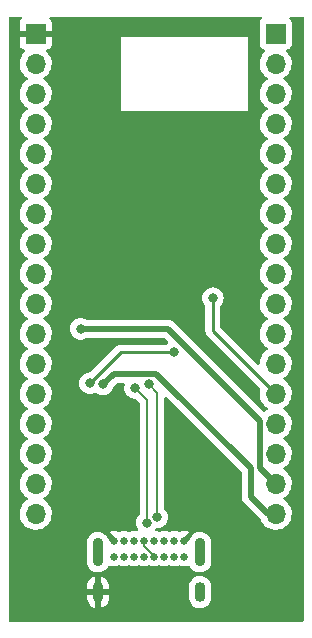
<source format=gbr>
%TF.GenerationSoftware,KiCad,Pcbnew,(6.0.9)*%
%TF.CreationDate,2023-03-09T23:12:33-05:00*%
%TF.ProjectId,tinypico-nano-carrier,74696e79-7069-4636-9f2d-6e616e6f2d63,rev?*%
%TF.SameCoordinates,Original*%
%TF.FileFunction,Copper,L2,Bot*%
%TF.FilePolarity,Positive*%
%FSLAX46Y46*%
G04 Gerber Fmt 4.6, Leading zero omitted, Abs format (unit mm)*
G04 Created by KiCad (PCBNEW (6.0.9)) date 2023-03-09 23:12:33*
%MOMM*%
%LPD*%
G01*
G04 APERTURE LIST*
%TA.AperFunction,ComponentPad*%
%ADD10C,0.650000*%
%TD*%
%TA.AperFunction,ComponentPad*%
%ADD11O,0.900000X1.700000*%
%TD*%
%TA.AperFunction,ComponentPad*%
%ADD12O,0.900000X2.400000*%
%TD*%
%TA.AperFunction,ComponentPad*%
%ADD13R,1.700000X1.700000*%
%TD*%
%TA.AperFunction,ComponentPad*%
%ADD14O,1.700000X1.700000*%
%TD*%
%TA.AperFunction,ViaPad*%
%ADD15C,0.800000*%
%TD*%
%TA.AperFunction,Conductor*%
%ADD16C,0.250000*%
%TD*%
%TA.AperFunction,Conductor*%
%ADD17C,0.508000*%
%TD*%
%TA.AperFunction,Conductor*%
%ADD18C,0.200000*%
%TD*%
G04 APERTURE END LIST*
D10*
%TO.P,J3,A1,GND*%
%TO.N,GND*%
X109425000Y-95640000D03*
%TO.P,J3,A4,VBUS*%
%TO.N,+5V*%
X110275000Y-95640000D03*
%TO.P,J3,A5,CC1*%
%TO.N,Net-(J3-PadA5)*%
X111125000Y-95640000D03*
%TO.P,J3,A6,D+*%
%TO.N,/USB_D+*%
X111975000Y-95640000D03*
%TO.P,J3,A7,D-*%
%TO.N,/USB_D-*%
X112825000Y-95640000D03*
%TO.P,J3,A8,SBU1*%
%TO.N,unconnected-(J3-PadA8)*%
X113675000Y-95640000D03*
%TO.P,J3,A9,VBUS*%
%TO.N,+5V*%
X114525000Y-95640000D03*
%TO.P,J3,A12,GND*%
%TO.N,GND*%
X115375000Y-95640000D03*
%TO.P,J3,B1,GND*%
X115375000Y-96990000D03*
%TO.P,J3,B4,VBUS*%
%TO.N,+5V*%
X114525000Y-96990000D03*
%TO.P,J3,B5,CC2*%
%TO.N,Net-(J3-PadB5)*%
X113675000Y-96990000D03*
%TO.P,J3,B6,D+*%
%TO.N,/USB_D+*%
X112825000Y-96990000D03*
%TO.P,J3,B7,D-*%
%TO.N,/USB_D-*%
X111975000Y-96990000D03*
%TO.P,J3,B8,SBU2*%
%TO.N,unconnected-(J3-PadB8)*%
X111125000Y-96990000D03*
%TO.P,J3,B9,VBUS*%
%TO.N,+5V*%
X110275000Y-96990000D03*
%TO.P,J3,B12,GND*%
%TO.N,GND*%
X109425000Y-96990000D03*
D11*
%TO.P,J3,S1,SHIELD*%
X108075000Y-100000000D03*
%TO.P,J3,S2*%
%TO.N,N/C*%
X116725000Y-100000000D03*
D12*
%TO.P,J3,S3*%
X108075000Y-96620000D03*
%TO.P,J3,S4*%
X116725000Y-96620000D03*
%TD*%
D13*
%TO.P,J2,1,Pin_1*%
%TO.N,GND*%
X102800000Y-52700000D03*
D14*
%TO.P,J2,2,Pin_2*%
%TO.N,/GPIO35*%
X102800000Y-55240000D03*
%TO.P,J2,3,Pin_3*%
%TO.N,/GPIO34*%
X102800000Y-57780000D03*
%TO.P,J2,4,Pin_4*%
%TO.N,/GPIO33*%
X102800000Y-60320000D03*
%TO.P,J2,5,Pin_5*%
%TO.N,/GPIO32*%
X102800000Y-62860000D03*
%TO.P,J2,6,Pin_6*%
%TO.N,/GPIO25*%
X102800000Y-65400000D03*
%TO.P,J2,7,Pin_7*%
%TO.N,/GPIO26*%
X102800000Y-67940000D03*
%TO.P,J2,8,Pin_8*%
%TO.N,/GPIO27*%
X102800000Y-70480000D03*
%TO.P,J2,9,Pin_9*%
%TO.N,/GPIO15*%
X102800000Y-73020000D03*
%TO.P,J2,10,Pin_10*%
%TO.N,/GPIO14*%
X102800000Y-75560000D03*
%TO.P,J2,11,Pin_11*%
%TO.N,/GPIO13*%
X102800000Y-78100000D03*
%TO.P,J2,12,Pin_12*%
%TO.N,/GPIO12*%
X102800000Y-80640000D03*
%TO.P,J2,13,Pin_13*%
%TO.N,/GPIO2*%
X102800000Y-83180000D03*
%TO.P,J2,14,Pin_14*%
%TO.N,/GPIO4*%
X102800000Y-85720000D03*
%TO.P,J2,15,Pin_15*%
%TO.N,/EN*%
X102800000Y-88260000D03*
%TO.P,J2,16,Pin_16*%
%TO.N,/RESET*%
X102800000Y-90800000D03*
%TO.P,J2,17,Pin_17*%
%TO.N,+5V*%
X102800000Y-93340000D03*
%TD*%
D13*
%TO.P,J1,1,Pin_1*%
%TO.N,/GPIO36*%
X123120000Y-52700000D03*
D14*
%TO.P,J1,2,Pin_2*%
%TO.N,/GPIO37*%
X123120000Y-55240000D03*
%TO.P,J1,3,Pin_3*%
%TO.N,/GPIO38*%
X123120000Y-57780000D03*
%TO.P,J1,4,Pin_4*%
%TO.N,/GPIO39*%
X123120000Y-60320000D03*
%TO.P,J1,5,Pin_5*%
%TO.N,/TX*%
X123120000Y-62860000D03*
%TO.P,J1,6,Pin_6*%
%TO.N,/RX*%
X123120000Y-65400000D03*
%TO.P,J1,7,Pin_7*%
%TO.N,/GPIO9*%
X123120000Y-67940000D03*
%TO.P,J1,8,Pin_8*%
%TO.N,/GPIO0*%
X123120000Y-70480000D03*
%TO.P,J1,9,Pin_9*%
%TO.N,/GPIO21*%
X123120000Y-73020000D03*
%TO.P,J1,10,Pin_10*%
%TO.N,/GPIO22*%
X123120000Y-75560000D03*
%TO.P,J1,11,Pin_11*%
%TO.N,/GPIO5*%
X123120000Y-78100000D03*
%TO.P,J1,12,Pin_12*%
%TO.N,/GPIO18*%
X123120000Y-80640000D03*
%TO.P,J1,13,Pin_13*%
%TO.N,/GPIO19*%
X123120000Y-83180000D03*
%TO.P,J1,14,Pin_14*%
%TO.N,/GPIO23*%
X123120000Y-85720000D03*
%TO.P,J1,15,Pin_15*%
%TO.N,/STAT*%
X123120000Y-88260000D03*
%TO.P,J1,16,Pin_16*%
%TO.N,VBUS*%
X123120000Y-90800000D03*
%TO.P,J1,17,Pin_17*%
%TO.N,+3.3V*%
X123120000Y-93340000D03*
%TD*%
D15*
%TO.N,/RESET*%
X114500000Y-79700000D03*
X107400000Y-82300000D03*
%TO.N,/GPIO19*%
X117800000Y-75100000D03*
%TO.N,VBUS*%
X106600000Y-77700000D03*
%TO.N,+3.3V*%
X108500000Y-82400000D03*
%TO.N,GND*%
X114900000Y-86200000D03*
%TO.N,/USB_D-*%
X112400000Y-82400000D03*
%TO.N,/USB_D+*%
X111200000Y-82700000D03*
X112200000Y-94100000D03*
%TO.N,/USB_D-*%
X113093982Y-93653009D03*
%TO.N,GND*%
X109700000Y-91800000D03*
X119900000Y-97200000D03*
X115000000Y-62000000D03*
X114500000Y-65000000D03*
X110000000Y-65000000D03*
X111000000Y-61000000D03*
%TD*%
D16*
%TO.N,/RESET*%
X110000000Y-79700000D02*
X114500000Y-79700000D01*
X107400000Y-82300000D02*
X110000000Y-79700000D01*
D17*
%TO.N,+3.3V*%
X121000000Y-91900000D02*
X122440000Y-93340000D01*
X122440000Y-93340000D02*
X123120000Y-93340000D01*
X112996000Y-81496000D02*
X121000000Y-89500000D01*
X121000000Y-89500000D02*
X121000000Y-91900000D01*
X109404000Y-81496000D02*
X112996000Y-81496000D01*
X108500000Y-82400000D02*
X109404000Y-81496000D01*
%TO.N,VBUS*%
X121766000Y-89446000D02*
X123120000Y-90800000D01*
X121766000Y-85466000D02*
X121766000Y-89446000D01*
X114000000Y-77700000D02*
X121766000Y-85466000D01*
X106600000Y-77700000D02*
X114000000Y-77700000D01*
D16*
%TO.N,/GPIO19*%
X117800000Y-77860000D02*
X123120000Y-83180000D01*
X117800000Y-75100000D02*
X117800000Y-77860000D01*
D18*
%TO.N,/USB_D+*%
X112200000Y-83700000D02*
X111200000Y-82700000D01*
X112200000Y-94100000D02*
X112200000Y-83700000D01*
%TO.N,/USB_D-*%
X113093982Y-83093982D02*
X112400000Y-82400000D01*
X113093982Y-93653009D02*
X113093982Y-83093982D01*
%TO.N,/USB_D+*%
X112825000Y-96925000D02*
X112825000Y-96990000D01*
X111975000Y-96075000D02*
X112825000Y-96925000D01*
X111975000Y-95640000D02*
X111975000Y-96075000D01*
%TD*%
%TA.AperFunction,Conductor*%
%TO.N,GND*%
G36*
X101582014Y-51278502D02*
G01*
X101628507Y-51332158D01*
X101638611Y-51402432D01*
X101609117Y-51467012D01*
X101600397Y-51475136D01*
X101600626Y-51475365D01*
X101581715Y-51494276D01*
X101505214Y-51596351D01*
X101496676Y-51611946D01*
X101451522Y-51732394D01*
X101447895Y-51747649D01*
X101442369Y-51798514D01*
X101442000Y-51805328D01*
X101442000Y-52427885D01*
X101446475Y-52443124D01*
X101447865Y-52444329D01*
X101455548Y-52446000D01*
X104139884Y-52446000D01*
X104155123Y-52441525D01*
X104156328Y-52440135D01*
X104157999Y-52432452D01*
X104157999Y-51805331D01*
X104157629Y-51798510D01*
X104152105Y-51747648D01*
X104148479Y-51732396D01*
X104103324Y-51611946D01*
X104094786Y-51596351D01*
X104018285Y-51494276D01*
X103999374Y-51475365D01*
X104001503Y-51473236D01*
X103968030Y-51428474D01*
X103963000Y-51357656D01*
X103997056Y-51295360D01*
X104059385Y-51261366D01*
X104086107Y-51258500D01*
X121833059Y-51258500D01*
X121901180Y-51278502D01*
X121947673Y-51332158D01*
X121957777Y-51402432D01*
X121928283Y-51467012D01*
X121919995Y-51474734D01*
X121920269Y-51475008D01*
X121913919Y-51481358D01*
X121906739Y-51486739D01*
X121819385Y-51603295D01*
X121768255Y-51739684D01*
X121761500Y-51801866D01*
X121761500Y-53598134D01*
X121768255Y-53660316D01*
X121819385Y-53796705D01*
X121906739Y-53913261D01*
X122023295Y-54000615D01*
X122031704Y-54003767D01*
X122031705Y-54003768D01*
X122140451Y-54044535D01*
X122197216Y-54087176D01*
X122221916Y-54153738D01*
X122206709Y-54223087D01*
X122187316Y-54249568D01*
X122060629Y-54382138D01*
X121934743Y-54566680D01*
X121840688Y-54769305D01*
X121780989Y-54984570D01*
X121757251Y-55206695D01*
X121757548Y-55211848D01*
X121757548Y-55211851D01*
X121763011Y-55306590D01*
X121770110Y-55429715D01*
X121771247Y-55434761D01*
X121771248Y-55434767D01*
X121791119Y-55522939D01*
X121819222Y-55647639D01*
X121903266Y-55854616D01*
X122019987Y-56045088D01*
X122166250Y-56213938D01*
X122338126Y-56356632D01*
X122408595Y-56397811D01*
X122411445Y-56399476D01*
X122460169Y-56451114D01*
X122473240Y-56520897D01*
X122446509Y-56586669D01*
X122406055Y-56620027D01*
X122393607Y-56626507D01*
X122389474Y-56629610D01*
X122389471Y-56629612D01*
X122365247Y-56647800D01*
X122214965Y-56760635D01*
X122060629Y-56922138D01*
X121934743Y-57106680D01*
X121840688Y-57309305D01*
X121780989Y-57524570D01*
X121757251Y-57746695D01*
X121757548Y-57751848D01*
X121757548Y-57751851D01*
X121763011Y-57846590D01*
X121770110Y-57969715D01*
X121771247Y-57974761D01*
X121771248Y-57974767D01*
X121791119Y-58062939D01*
X121819222Y-58187639D01*
X121903266Y-58394616D01*
X122019987Y-58585088D01*
X122166250Y-58753938D01*
X122338126Y-58896632D01*
X122408595Y-58937811D01*
X122411445Y-58939476D01*
X122460169Y-58991114D01*
X122473240Y-59060897D01*
X122446509Y-59126669D01*
X122406055Y-59160027D01*
X122393607Y-59166507D01*
X122389474Y-59169610D01*
X122389471Y-59169612D01*
X122219100Y-59297530D01*
X122214965Y-59300635D01*
X122060629Y-59462138D01*
X121934743Y-59646680D01*
X121840688Y-59849305D01*
X121780989Y-60064570D01*
X121757251Y-60286695D01*
X121757548Y-60291848D01*
X121757548Y-60291851D01*
X121763011Y-60386590D01*
X121770110Y-60509715D01*
X121771247Y-60514761D01*
X121771248Y-60514767D01*
X121791119Y-60602939D01*
X121819222Y-60727639D01*
X121903266Y-60934616D01*
X122019987Y-61125088D01*
X122166250Y-61293938D01*
X122338126Y-61436632D01*
X122408595Y-61477811D01*
X122411445Y-61479476D01*
X122460169Y-61531114D01*
X122473240Y-61600897D01*
X122446509Y-61666669D01*
X122406055Y-61700027D01*
X122393607Y-61706507D01*
X122389474Y-61709610D01*
X122389471Y-61709612D01*
X122365247Y-61727800D01*
X122214965Y-61840635D01*
X122060629Y-62002138D01*
X121934743Y-62186680D01*
X121840688Y-62389305D01*
X121780989Y-62604570D01*
X121757251Y-62826695D01*
X121757548Y-62831848D01*
X121757548Y-62831851D01*
X121763011Y-62926590D01*
X121770110Y-63049715D01*
X121771247Y-63054761D01*
X121771248Y-63054767D01*
X121791119Y-63142939D01*
X121819222Y-63267639D01*
X121903266Y-63474616D01*
X122019987Y-63665088D01*
X122166250Y-63833938D01*
X122338126Y-63976632D01*
X122408595Y-64017811D01*
X122411445Y-64019476D01*
X122460169Y-64071114D01*
X122473240Y-64140897D01*
X122446509Y-64206669D01*
X122406055Y-64240027D01*
X122393607Y-64246507D01*
X122389474Y-64249610D01*
X122389471Y-64249612D01*
X122365247Y-64267800D01*
X122214965Y-64380635D01*
X122060629Y-64542138D01*
X121934743Y-64726680D01*
X121840688Y-64929305D01*
X121780989Y-65144570D01*
X121757251Y-65366695D01*
X121757548Y-65371848D01*
X121757548Y-65371851D01*
X121763011Y-65466590D01*
X121770110Y-65589715D01*
X121771247Y-65594761D01*
X121771248Y-65594767D01*
X121791119Y-65682939D01*
X121819222Y-65807639D01*
X121903266Y-66014616D01*
X122019987Y-66205088D01*
X122166250Y-66373938D01*
X122338126Y-66516632D01*
X122408595Y-66557811D01*
X122411445Y-66559476D01*
X122460169Y-66611114D01*
X122473240Y-66680897D01*
X122446509Y-66746669D01*
X122406055Y-66780027D01*
X122393607Y-66786507D01*
X122389474Y-66789610D01*
X122389471Y-66789612D01*
X122365247Y-66807800D01*
X122214965Y-66920635D01*
X122060629Y-67082138D01*
X121934743Y-67266680D01*
X121840688Y-67469305D01*
X121780989Y-67684570D01*
X121757251Y-67906695D01*
X121757548Y-67911848D01*
X121757548Y-67911851D01*
X121763011Y-68006590D01*
X121770110Y-68129715D01*
X121771247Y-68134761D01*
X121771248Y-68134767D01*
X121791119Y-68222939D01*
X121819222Y-68347639D01*
X121903266Y-68554616D01*
X122019987Y-68745088D01*
X122166250Y-68913938D01*
X122338126Y-69056632D01*
X122408595Y-69097811D01*
X122411445Y-69099476D01*
X122460169Y-69151114D01*
X122473240Y-69220897D01*
X122446509Y-69286669D01*
X122406055Y-69320027D01*
X122393607Y-69326507D01*
X122389474Y-69329610D01*
X122389471Y-69329612D01*
X122365247Y-69347800D01*
X122214965Y-69460635D01*
X122060629Y-69622138D01*
X121934743Y-69806680D01*
X121840688Y-70009305D01*
X121780989Y-70224570D01*
X121757251Y-70446695D01*
X121757548Y-70451848D01*
X121757548Y-70451851D01*
X121763011Y-70546590D01*
X121770110Y-70669715D01*
X121771247Y-70674761D01*
X121771248Y-70674767D01*
X121791119Y-70762939D01*
X121819222Y-70887639D01*
X121903266Y-71094616D01*
X122019987Y-71285088D01*
X122166250Y-71453938D01*
X122338126Y-71596632D01*
X122408595Y-71637811D01*
X122411445Y-71639476D01*
X122460169Y-71691114D01*
X122473240Y-71760897D01*
X122446509Y-71826669D01*
X122406055Y-71860027D01*
X122393607Y-71866507D01*
X122389474Y-71869610D01*
X122389471Y-71869612D01*
X122365247Y-71887800D01*
X122214965Y-72000635D01*
X122060629Y-72162138D01*
X121934743Y-72346680D01*
X121840688Y-72549305D01*
X121780989Y-72764570D01*
X121757251Y-72986695D01*
X121757548Y-72991848D01*
X121757548Y-72991851D01*
X121763011Y-73086590D01*
X121770110Y-73209715D01*
X121771247Y-73214761D01*
X121771248Y-73214767D01*
X121791119Y-73302939D01*
X121819222Y-73427639D01*
X121903266Y-73634616D01*
X122019987Y-73825088D01*
X122166250Y-73993938D01*
X122338126Y-74136632D01*
X122408595Y-74177811D01*
X122411445Y-74179476D01*
X122460169Y-74231114D01*
X122473240Y-74300897D01*
X122446509Y-74366669D01*
X122406055Y-74400027D01*
X122393607Y-74406507D01*
X122389474Y-74409610D01*
X122389471Y-74409612D01*
X122365247Y-74427800D01*
X122214965Y-74540635D01*
X122060629Y-74702138D01*
X121934743Y-74886680D01*
X121840688Y-75089305D01*
X121780989Y-75304570D01*
X121757251Y-75526695D01*
X121757548Y-75531848D01*
X121757548Y-75531851D01*
X121763011Y-75626590D01*
X121770110Y-75749715D01*
X121771247Y-75754761D01*
X121771248Y-75754767D01*
X121782011Y-75802524D01*
X121819222Y-75967639D01*
X121903266Y-76174616D01*
X122019987Y-76365088D01*
X122166250Y-76533938D01*
X122338126Y-76676632D01*
X122408595Y-76717811D01*
X122411445Y-76719476D01*
X122460169Y-76771114D01*
X122473240Y-76840897D01*
X122446509Y-76906669D01*
X122406055Y-76940027D01*
X122393607Y-76946507D01*
X122389474Y-76949610D01*
X122389471Y-76949612D01*
X122219100Y-77077530D01*
X122214965Y-77080635D01*
X122060629Y-77242138D01*
X121934743Y-77426680D01*
X121840688Y-77629305D01*
X121780989Y-77844570D01*
X121757251Y-78066695D01*
X121757548Y-78071848D01*
X121757548Y-78071851D01*
X121765704Y-78213307D01*
X121770110Y-78289715D01*
X121771247Y-78294761D01*
X121771248Y-78294767D01*
X121790201Y-78378866D01*
X121819222Y-78507639D01*
X121903266Y-78714616D01*
X122019987Y-78905088D01*
X122166250Y-79073938D01*
X122338126Y-79216632D01*
X122379206Y-79240637D01*
X122411445Y-79259476D01*
X122460169Y-79311114D01*
X122473240Y-79380897D01*
X122446509Y-79446669D01*
X122406055Y-79480027D01*
X122393607Y-79486507D01*
X122389474Y-79489610D01*
X122389471Y-79489612D01*
X122365247Y-79507800D01*
X122214965Y-79620635D01*
X122060629Y-79782138D01*
X121934743Y-79966680D01*
X121840688Y-80169305D01*
X121780989Y-80384570D01*
X121757251Y-80606695D01*
X121757548Y-80611851D01*
X121757422Y-80617024D01*
X121755914Y-80616987D01*
X121741410Y-80679485D01*
X121690518Y-80728988D01*
X121620942Y-80743118D01*
X121554771Y-80717389D01*
X121542574Y-80706670D01*
X120113278Y-79277373D01*
X118470405Y-77634500D01*
X118436379Y-77572188D01*
X118433500Y-77545405D01*
X118433500Y-75802524D01*
X118453502Y-75734403D01*
X118465858Y-75718221D01*
X118539040Y-75636944D01*
X118634527Y-75471556D01*
X118693542Y-75289928D01*
X118713504Y-75100000D01*
X118711886Y-75084610D01*
X118694232Y-74916635D01*
X118694232Y-74916633D01*
X118693542Y-74910072D01*
X118634527Y-74728444D01*
X118539040Y-74563056D01*
X118411253Y-74421134D01*
X118256752Y-74308882D01*
X118250724Y-74306198D01*
X118250722Y-74306197D01*
X118088319Y-74233891D01*
X118088318Y-74233891D01*
X118082288Y-74231206D01*
X117988887Y-74211353D01*
X117901944Y-74192872D01*
X117901939Y-74192872D01*
X117895487Y-74191500D01*
X117704513Y-74191500D01*
X117698061Y-74192872D01*
X117698056Y-74192872D01*
X117611113Y-74211353D01*
X117517712Y-74231206D01*
X117511682Y-74233891D01*
X117511681Y-74233891D01*
X117349278Y-74306197D01*
X117349276Y-74306198D01*
X117343248Y-74308882D01*
X117188747Y-74421134D01*
X117060960Y-74563056D01*
X116965473Y-74728444D01*
X116906458Y-74910072D01*
X116905768Y-74916633D01*
X116905768Y-74916635D01*
X116888114Y-75084610D01*
X116886496Y-75100000D01*
X116906458Y-75289928D01*
X116965473Y-75471556D01*
X117060960Y-75636944D01*
X117134137Y-75718215D01*
X117164853Y-75782221D01*
X117166500Y-75802524D01*
X117166500Y-77781233D01*
X117165973Y-77792416D01*
X117164298Y-77799909D01*
X117164547Y-77807835D01*
X117164547Y-77807836D01*
X117166438Y-77867986D01*
X117166500Y-77871945D01*
X117166500Y-77899856D01*
X117166997Y-77903790D01*
X117166997Y-77903791D01*
X117167005Y-77903856D01*
X117167938Y-77915693D01*
X117169327Y-77959889D01*
X117174978Y-77979339D01*
X117178987Y-77998700D01*
X117181526Y-78018797D01*
X117184445Y-78026168D01*
X117184445Y-78026170D01*
X117197804Y-78059912D01*
X117201649Y-78071142D01*
X117211771Y-78105983D01*
X117213982Y-78113593D01*
X117218015Y-78120412D01*
X117218017Y-78120417D01*
X117224293Y-78131028D01*
X117232988Y-78148776D01*
X117240448Y-78167617D01*
X117245110Y-78174033D01*
X117245110Y-78174034D01*
X117266436Y-78203387D01*
X117272952Y-78213307D01*
X117289834Y-78241852D01*
X117295458Y-78251362D01*
X117309779Y-78265683D01*
X117322619Y-78280716D01*
X117334528Y-78297107D01*
X117340634Y-78302158D01*
X117368605Y-78325298D01*
X117377384Y-78333288D01*
X121769778Y-82725682D01*
X121803804Y-82787994D01*
X121802100Y-82848448D01*
X121780989Y-82924570D01*
X121780441Y-82929700D01*
X121780440Y-82929704D01*
X121770654Y-83021281D01*
X121757251Y-83146695D01*
X121757548Y-83151848D01*
X121757548Y-83151851D01*
X121763011Y-83246590D01*
X121770110Y-83369715D01*
X121771247Y-83374761D01*
X121771248Y-83374767D01*
X121772172Y-83378866D01*
X121819222Y-83587639D01*
X121903266Y-83794616D01*
X122019987Y-83985088D01*
X122166250Y-84153938D01*
X122338126Y-84296632D01*
X122408595Y-84337811D01*
X122411445Y-84339476D01*
X122460169Y-84391114D01*
X122473240Y-84460897D01*
X122446509Y-84526669D01*
X122406055Y-84560027D01*
X122393607Y-84566507D01*
X122389474Y-84569610D01*
X122389471Y-84569612D01*
X122369512Y-84584598D01*
X122224726Y-84693307D01*
X122158242Y-84718212D01*
X122088847Y-84703220D01*
X122059979Y-84681641D01*
X114586810Y-77208472D01*
X114574423Y-77194059D01*
X114565795Y-77182335D01*
X114561454Y-77176436D01*
X114520945Y-77142021D01*
X114513429Y-77135091D01*
X114507685Y-77129347D01*
X114504811Y-77127073D01*
X114504804Y-77127067D01*
X114485289Y-77111628D01*
X114481885Y-77108837D01*
X114431528Y-77066055D01*
X114431524Y-77066052D01*
X114425949Y-77061316D01*
X114419432Y-77057988D01*
X114414368Y-77054611D01*
X114409144Y-77051384D01*
X114403400Y-77046840D01*
X114377109Y-77034552D01*
X114336918Y-77015768D01*
X114332967Y-77013837D01*
X114274117Y-76983787D01*
X114267596Y-76980457D01*
X114260481Y-76978716D01*
X114254735Y-76976579D01*
X114248952Y-76974655D01*
X114242321Y-76971556D01*
X114170443Y-76956606D01*
X114166171Y-76955639D01*
X114094888Y-76938196D01*
X114089289Y-76937849D01*
X114089285Y-76937848D01*
X114083670Y-76937500D01*
X114083672Y-76937461D01*
X114079771Y-76937228D01*
X114075412Y-76936839D01*
X114068244Y-76935348D01*
X114060927Y-76935546D01*
X113990423Y-76937454D01*
X113987014Y-76937500D01*
X107137081Y-76937500D01*
X107068960Y-76917498D01*
X107063020Y-76913436D01*
X107062094Y-76912763D01*
X107062093Y-76912762D01*
X107056752Y-76908882D01*
X107050724Y-76906198D01*
X107050722Y-76906197D01*
X106888319Y-76833891D01*
X106888318Y-76833891D01*
X106882288Y-76831206D01*
X106788888Y-76811353D01*
X106701944Y-76792872D01*
X106701939Y-76792872D01*
X106695487Y-76791500D01*
X106504513Y-76791500D01*
X106498061Y-76792872D01*
X106498056Y-76792872D01*
X106411112Y-76811353D01*
X106317712Y-76831206D01*
X106311682Y-76833891D01*
X106311681Y-76833891D01*
X106149278Y-76906197D01*
X106149276Y-76906198D01*
X106143248Y-76908882D01*
X106137907Y-76912762D01*
X106137906Y-76912763D01*
X106103859Y-76937500D01*
X105988747Y-77021134D01*
X105984326Y-77026044D01*
X105984325Y-77026045D01*
X105893365Y-77127067D01*
X105860960Y-77163056D01*
X105815302Y-77242138D01*
X105800211Y-77268277D01*
X105765473Y-77328444D01*
X105706458Y-77510072D01*
X105686496Y-77700000D01*
X105687186Y-77706565D01*
X105705680Y-77882522D01*
X105706458Y-77889928D01*
X105765473Y-78071556D01*
X105860960Y-78236944D01*
X105988747Y-78378866D01*
X106087843Y-78450864D01*
X106136672Y-78486340D01*
X106143248Y-78491118D01*
X106149276Y-78493802D01*
X106149278Y-78493803D01*
X106311681Y-78566109D01*
X106317712Y-78568794D01*
X106411112Y-78588647D01*
X106498056Y-78607128D01*
X106498061Y-78607128D01*
X106504513Y-78608500D01*
X106695487Y-78608500D01*
X106701939Y-78607128D01*
X106701944Y-78607128D01*
X106788888Y-78588647D01*
X106882288Y-78568794D01*
X106888319Y-78566109D01*
X107050722Y-78493803D01*
X107050724Y-78493802D01*
X107056752Y-78491118D01*
X107063020Y-78486564D01*
X107063646Y-78486340D01*
X107067811Y-78483936D01*
X107068251Y-78484698D01*
X107129887Y-78462706D01*
X107137081Y-78462500D01*
X113631972Y-78462500D01*
X113700093Y-78482502D01*
X113721067Y-78499405D01*
X113989492Y-78767830D01*
X114023518Y-78830142D01*
X114018453Y-78900957D01*
X113974458Y-78958861D01*
X113888747Y-79021134D01*
X113884332Y-79026037D01*
X113879420Y-79030460D01*
X113878295Y-79029211D01*
X113824986Y-79062051D01*
X113791800Y-79066500D01*
X110078767Y-79066500D01*
X110067584Y-79065973D01*
X110060091Y-79064298D01*
X110052165Y-79064547D01*
X110052164Y-79064547D01*
X109992014Y-79066438D01*
X109988055Y-79066500D01*
X109960144Y-79066500D01*
X109956210Y-79066997D01*
X109956209Y-79066997D01*
X109956144Y-79067005D01*
X109944307Y-79067938D01*
X109912490Y-79068938D01*
X109908029Y-79069078D01*
X109900110Y-79069327D01*
X109884238Y-79073938D01*
X109880658Y-79074978D01*
X109861306Y-79078986D01*
X109854235Y-79079880D01*
X109841203Y-79081526D01*
X109833834Y-79084443D01*
X109833832Y-79084444D01*
X109800097Y-79097800D01*
X109788869Y-79101645D01*
X109746407Y-79113982D01*
X109739585Y-79118016D01*
X109739579Y-79118019D01*
X109728968Y-79124294D01*
X109711218Y-79132990D01*
X109699756Y-79137528D01*
X109699751Y-79137531D01*
X109692383Y-79140448D01*
X109685968Y-79145109D01*
X109656625Y-79166427D01*
X109646707Y-79172943D01*
X109628019Y-79183995D01*
X109608637Y-79195458D01*
X109594313Y-79209782D01*
X109579281Y-79222621D01*
X109562893Y-79234528D01*
X109542254Y-79259476D01*
X109534712Y-79268593D01*
X109526722Y-79277373D01*
X107449500Y-81354595D01*
X107387188Y-81388621D01*
X107360405Y-81391500D01*
X107304513Y-81391500D01*
X107298061Y-81392872D01*
X107298056Y-81392872D01*
X107211113Y-81411353D01*
X107117712Y-81431206D01*
X107111682Y-81433891D01*
X107111681Y-81433891D01*
X106949278Y-81506197D01*
X106949276Y-81506198D01*
X106943248Y-81508882D01*
X106788747Y-81621134D01*
X106660960Y-81763056D01*
X106657659Y-81768774D01*
X106576599Y-81909174D01*
X106565473Y-81928444D01*
X106506458Y-82110072D01*
X106505768Y-82116633D01*
X106505768Y-82116635D01*
X106487186Y-82293435D01*
X106486496Y-82300000D01*
X106506458Y-82489928D01*
X106565473Y-82671556D01*
X106660960Y-82836944D01*
X106665378Y-82841851D01*
X106665379Y-82841852D01*
X106708667Y-82889928D01*
X106788747Y-82978866D01*
X106887843Y-83050864D01*
X106926385Y-83078866D01*
X106943248Y-83091118D01*
X106949276Y-83093802D01*
X106949278Y-83093803D01*
X107079657Y-83151851D01*
X107117712Y-83168794D01*
X107186263Y-83183365D01*
X107298056Y-83207128D01*
X107298061Y-83207128D01*
X107304513Y-83208500D01*
X107495487Y-83208500D01*
X107501939Y-83207128D01*
X107501944Y-83207128D01*
X107613737Y-83183365D01*
X107682288Y-83168794D01*
X107688315Y-83166111D01*
X107688323Y-83166108D01*
X107820590Y-83107219D01*
X107890957Y-83097785D01*
X107945899Y-83120390D01*
X108014410Y-83170166D01*
X108043248Y-83191118D01*
X108049276Y-83193802D01*
X108049278Y-83193803D01*
X108175293Y-83249908D01*
X108217712Y-83268794D01*
X108311113Y-83288647D01*
X108398056Y-83307128D01*
X108398061Y-83307128D01*
X108404513Y-83308500D01*
X108595487Y-83308500D01*
X108601939Y-83307128D01*
X108601944Y-83307128D01*
X108688887Y-83288647D01*
X108782288Y-83268794D01*
X108824707Y-83249908D01*
X108950722Y-83193803D01*
X108950724Y-83193802D01*
X108956752Y-83191118D01*
X109111253Y-83078866D01*
X109205715Y-82973955D01*
X109234621Y-82941852D01*
X109234622Y-82941851D01*
X109239040Y-82936944D01*
X109300076Y-82831226D01*
X109331223Y-82777279D01*
X109331224Y-82777278D01*
X109334527Y-82771556D01*
X109386665Y-82611093D01*
X109417403Y-82560935D01*
X109682933Y-82295405D01*
X109745245Y-82261379D01*
X109772028Y-82258500D01*
X110214775Y-82258500D01*
X110282896Y-82278502D01*
X110329389Y-82332158D01*
X110339493Y-82402432D01*
X110334608Y-82423436D01*
X110306458Y-82510072D01*
X110286496Y-82700000D01*
X110287186Y-82706565D01*
X110302099Y-82848451D01*
X110306458Y-82889928D01*
X110365473Y-83071556D01*
X110460960Y-83236944D01*
X110588747Y-83378866D01*
X110743248Y-83491118D01*
X110749276Y-83493802D01*
X110749278Y-83493803D01*
X110911681Y-83566109D01*
X110917712Y-83568794D01*
X110994002Y-83585010D01*
X111098056Y-83607128D01*
X111098061Y-83607128D01*
X111104513Y-83608500D01*
X111195761Y-83608500D01*
X111263882Y-83628502D01*
X111284856Y-83645405D01*
X111554595Y-83915144D01*
X111588621Y-83977456D01*
X111591500Y-84004239D01*
X111591500Y-93369710D01*
X111571498Y-93437831D01*
X111559136Y-93454020D01*
X111465379Y-93558148D01*
X111460960Y-93563056D01*
X111365473Y-93728444D01*
X111306458Y-93910072D01*
X111286496Y-94100000D01*
X111287186Y-94106565D01*
X111290773Y-94140689D01*
X111306458Y-94289928D01*
X111365473Y-94471556D01*
X111460883Y-94636810D01*
X111460960Y-94636944D01*
X111460936Y-94636958D01*
X111483939Y-94701422D01*
X111467861Y-94770574D01*
X111416949Y-94820056D01*
X111347367Y-94834158D01*
X111331948Y-94831867D01*
X111219061Y-94807872D01*
X111219057Y-94807872D01*
X111212604Y-94806500D01*
X111037396Y-94806500D01*
X111030943Y-94807872D01*
X111030939Y-94807872D01*
X110973620Y-94820056D01*
X110866016Y-94842928D01*
X110859987Y-94845613D01*
X110859985Y-94845613D01*
X110814890Y-94865691D01*
X110751248Y-94894026D01*
X110680882Y-94903460D01*
X110648755Y-94894027D01*
X110558226Y-94853721D01*
X110540015Y-94845613D01*
X110540014Y-94845613D01*
X110533984Y-94842928D01*
X110426380Y-94820056D01*
X110369061Y-94807872D01*
X110369057Y-94807872D01*
X110362604Y-94806500D01*
X110187396Y-94806500D01*
X110180943Y-94807872D01*
X110180939Y-94807872D01*
X110123620Y-94820056D01*
X110016016Y-94842928D01*
X110009987Y-94845613D01*
X110009985Y-94845613D01*
X109900633Y-94894300D01*
X109830266Y-94903734D01*
X109798135Y-94894299D01*
X109689868Y-94846095D01*
X109677367Y-94842033D01*
X109519009Y-94808372D01*
X109505949Y-94807000D01*
X109344051Y-94807000D01*
X109330991Y-94808372D01*
X109172629Y-94842033D01*
X109160137Y-94846093D01*
X109059174Y-94891045D01*
X109048428Y-94900179D01*
X109050025Y-94905815D01*
X109438573Y-95294363D01*
X109472599Y-95356675D01*
X109469310Y-95422396D01*
X109455223Y-95465751D01*
X109454533Y-95472317D01*
X109454532Y-95472321D01*
X109437680Y-95632663D01*
X109436909Y-95640000D01*
X109440722Y-95676273D01*
X109443304Y-95700843D01*
X109430532Y-95770682D01*
X109382030Y-95822528D01*
X109313197Y-95839923D01*
X109245887Y-95817342D01*
X109228899Y-95803109D01*
X109002633Y-95576843D01*
X108971494Y-95525427D01*
X108962445Y-95496551D01*
X108962442Y-95496543D01*
X108960535Y-95490459D01*
X108957444Y-95484882D01*
X108869223Y-95325729D01*
X108869221Y-95325726D01*
X108866130Y-95320150D01*
X108861981Y-95315309D01*
X108861978Y-95315305D01*
X108743560Y-95177145D01*
X108739409Y-95172302D01*
X108707283Y-95147382D01*
X108590594Y-95056869D01*
X108585547Y-95052954D01*
X108579824Y-95050138D01*
X108579821Y-95050136D01*
X108416556Y-94969800D01*
X108410829Y-94966982D01*
X108404651Y-94965373D01*
X108404649Y-94965372D01*
X108228575Y-94919508D01*
X108228572Y-94919508D01*
X108222393Y-94917898D01*
X108138403Y-94913496D01*
X108034317Y-94908041D01*
X108034313Y-94908041D01*
X108027936Y-94907707D01*
X107872587Y-94931201D01*
X107841715Y-94935870D01*
X107841714Y-94935870D01*
X107835401Y-94936825D01*
X107829415Y-94939028D01*
X107829409Y-94939029D01*
X107658640Y-95001860D01*
X107658635Y-95001862D01*
X107652654Y-95004063D01*
X107487160Y-95106674D01*
X107482527Y-95111055D01*
X107482526Y-95111056D01*
X107350315Y-95236081D01*
X107345678Y-95240466D01*
X107342016Y-95245696D01*
X107342015Y-95245697D01*
X107293275Y-95315305D01*
X107233989Y-95399975D01*
X107231452Y-95405838D01*
X107174691Y-95537006D01*
X107156655Y-95578684D01*
X107155350Y-95584931D01*
X107155349Y-95584934D01*
X107131135Y-95700843D01*
X107116835Y-95769293D01*
X107116500Y-95775685D01*
X107116500Y-97418663D01*
X107131235Y-97563727D01*
X107133144Y-97569818D01*
X107187556Y-97743451D01*
X107187558Y-97743456D01*
X107189465Y-97749541D01*
X107283870Y-97919850D01*
X107288019Y-97924691D01*
X107288022Y-97924695D01*
X107347684Y-97994303D01*
X107410591Y-98067698D01*
X107564453Y-98187046D01*
X107570176Y-98189862D01*
X107570179Y-98189864D01*
X107733444Y-98270200D01*
X107739171Y-98273018D01*
X107745349Y-98274627D01*
X107745351Y-98274628D01*
X107921425Y-98320492D01*
X107921428Y-98320492D01*
X107927607Y-98322102D01*
X108011597Y-98326504D01*
X108115683Y-98331959D01*
X108115687Y-98331959D01*
X108122064Y-98332293D01*
X108277413Y-98308799D01*
X108308285Y-98304130D01*
X108308286Y-98304130D01*
X108314599Y-98303175D01*
X108320585Y-98300972D01*
X108320591Y-98300971D01*
X108491360Y-98238140D01*
X108491365Y-98238138D01*
X108497346Y-98235937D01*
X108662840Y-98133326D01*
X108737362Y-98062855D01*
X108799685Y-98003919D01*
X108804322Y-97999534D01*
X108916011Y-97840025D01*
X108923379Y-97823000D01*
X108925242Y-97818694D01*
X108970652Y-97764120D01*
X109038359Y-97742759D01*
X109092128Y-97753627D01*
X109160140Y-97783908D01*
X109172633Y-97787967D01*
X109330991Y-97821628D01*
X109344051Y-97823000D01*
X109505949Y-97823000D01*
X109519009Y-97821628D01*
X109677367Y-97787967D01*
X109689868Y-97783905D01*
X109798135Y-97735701D01*
X109868502Y-97726266D01*
X109900631Y-97735699D01*
X109964465Y-97764120D01*
X110008910Y-97783908D01*
X110016016Y-97787072D01*
X110101706Y-97805286D01*
X110180939Y-97822128D01*
X110180943Y-97822128D01*
X110187396Y-97823500D01*
X110362604Y-97823500D01*
X110369057Y-97822128D01*
X110369061Y-97822128D01*
X110448294Y-97805286D01*
X110533984Y-97787072D01*
X110540011Y-97784389D01*
X110540019Y-97784386D01*
X110648752Y-97735975D01*
X110719119Y-97726541D01*
X110751248Y-97735975D01*
X110859981Y-97784386D01*
X110859989Y-97784389D01*
X110866016Y-97787072D01*
X110951706Y-97805286D01*
X111030939Y-97822128D01*
X111030943Y-97822128D01*
X111037396Y-97823500D01*
X111212604Y-97823500D01*
X111219057Y-97822128D01*
X111219061Y-97822128D01*
X111298294Y-97805286D01*
X111383984Y-97787072D01*
X111390011Y-97784389D01*
X111390019Y-97784386D01*
X111498752Y-97735975D01*
X111569119Y-97726541D01*
X111601248Y-97735975D01*
X111709981Y-97784386D01*
X111709989Y-97784389D01*
X111716016Y-97787072D01*
X111801706Y-97805286D01*
X111880939Y-97822128D01*
X111880943Y-97822128D01*
X111887396Y-97823500D01*
X112062604Y-97823500D01*
X112069057Y-97822128D01*
X112069061Y-97822128D01*
X112148294Y-97805286D01*
X112233984Y-97787072D01*
X112240011Y-97784389D01*
X112240019Y-97784386D01*
X112348752Y-97735975D01*
X112419119Y-97726541D01*
X112451248Y-97735975D01*
X112559981Y-97784386D01*
X112559989Y-97784389D01*
X112566016Y-97787072D01*
X112651706Y-97805286D01*
X112730939Y-97822128D01*
X112730943Y-97822128D01*
X112737396Y-97823500D01*
X112912604Y-97823500D01*
X112919057Y-97822128D01*
X112919061Y-97822128D01*
X112998294Y-97805286D01*
X113083984Y-97787072D01*
X113090011Y-97784389D01*
X113090019Y-97784386D01*
X113198752Y-97735975D01*
X113269119Y-97726541D01*
X113301248Y-97735975D01*
X113409981Y-97784386D01*
X113409989Y-97784389D01*
X113416016Y-97787072D01*
X113501706Y-97805286D01*
X113580939Y-97822128D01*
X113580943Y-97822128D01*
X113587396Y-97823500D01*
X113762604Y-97823500D01*
X113769057Y-97822128D01*
X113769061Y-97822128D01*
X113848294Y-97805286D01*
X113933984Y-97787072D01*
X113940011Y-97784389D01*
X113940019Y-97784386D01*
X114048752Y-97735975D01*
X114119119Y-97726541D01*
X114151248Y-97735975D01*
X114259981Y-97784386D01*
X114259989Y-97784389D01*
X114266016Y-97787072D01*
X114351706Y-97805286D01*
X114430939Y-97822128D01*
X114430943Y-97822128D01*
X114437396Y-97823500D01*
X114612604Y-97823500D01*
X114619057Y-97822128D01*
X114619061Y-97822128D01*
X114698294Y-97805286D01*
X114783984Y-97787072D01*
X114791091Y-97783908D01*
X114835535Y-97764120D01*
X114899368Y-97735700D01*
X114969734Y-97726266D01*
X115001865Y-97735701D01*
X115110132Y-97783905D01*
X115122633Y-97787967D01*
X115280991Y-97821628D01*
X115294051Y-97823000D01*
X115455949Y-97823000D01*
X115469009Y-97821628D01*
X115627367Y-97787967D01*
X115639864Y-97783906D01*
X115709756Y-97752788D01*
X115780123Y-97743353D01*
X115844421Y-97773459D01*
X115871208Y-97806807D01*
X115889622Y-97840025D01*
X115933870Y-97919850D01*
X115938019Y-97924691D01*
X115938022Y-97924695D01*
X115997684Y-97994303D01*
X116060591Y-98067698D01*
X116214453Y-98187046D01*
X116220176Y-98189862D01*
X116220179Y-98189864D01*
X116383444Y-98270200D01*
X116389171Y-98273018D01*
X116395349Y-98274627D01*
X116395351Y-98274628D01*
X116571425Y-98320492D01*
X116571428Y-98320492D01*
X116577607Y-98322102D01*
X116661597Y-98326504D01*
X116765683Y-98331959D01*
X116765687Y-98331959D01*
X116772064Y-98332293D01*
X116927413Y-98308799D01*
X116958285Y-98304130D01*
X116958286Y-98304130D01*
X116964599Y-98303175D01*
X116970585Y-98300972D01*
X116970591Y-98300971D01*
X117141360Y-98238140D01*
X117141365Y-98238138D01*
X117147346Y-98235937D01*
X117312840Y-98133326D01*
X117387362Y-98062855D01*
X117449685Y-98003919D01*
X117454322Y-97999534D01*
X117566011Y-97840025D01*
X117615239Y-97726266D01*
X117640810Y-97667175D01*
X117640811Y-97667171D01*
X117643345Y-97661316D01*
X117662460Y-97569818D01*
X117682176Y-97475443D01*
X117682177Y-97475438D01*
X117683165Y-97470707D01*
X117683500Y-97464315D01*
X117683500Y-95821337D01*
X117668765Y-95676273D01*
X117651111Y-95619939D01*
X117612444Y-95496549D01*
X117612442Y-95496544D01*
X117610535Y-95490459D01*
X117557477Y-95394741D01*
X117519223Y-95325729D01*
X117519221Y-95325726D01*
X117516130Y-95320150D01*
X117511981Y-95315309D01*
X117511978Y-95315305D01*
X117393560Y-95177145D01*
X117389409Y-95172302D01*
X117357283Y-95147382D01*
X117240594Y-95056869D01*
X117235547Y-95052954D01*
X117229824Y-95050138D01*
X117229821Y-95050136D01*
X117066556Y-94969800D01*
X117060829Y-94966982D01*
X117054651Y-94965373D01*
X117054649Y-94965372D01*
X116878575Y-94919508D01*
X116878572Y-94919508D01*
X116872393Y-94917898D01*
X116788403Y-94913496D01*
X116684317Y-94908041D01*
X116684313Y-94908041D01*
X116677936Y-94907707D01*
X116522587Y-94931201D01*
X116491715Y-94935870D01*
X116491714Y-94935870D01*
X116485401Y-94936825D01*
X116479415Y-94939028D01*
X116479409Y-94939029D01*
X116308640Y-95001860D01*
X116308635Y-95001862D01*
X116302654Y-95004063D01*
X116137160Y-95106674D01*
X116132527Y-95111055D01*
X116132526Y-95111056D01*
X116000315Y-95236081D01*
X115995678Y-95240466D01*
X115992016Y-95245696D01*
X115992015Y-95245697D01*
X115943275Y-95315305D01*
X115883989Y-95399975D01*
X115829702Y-95525427D01*
X115824691Y-95537006D01*
X115798149Y-95576061D01*
X115571101Y-95803109D01*
X115508789Y-95837135D01*
X115437974Y-95832070D01*
X115381138Y-95789523D01*
X115356327Y-95723003D01*
X115356696Y-95700843D01*
X115359279Y-95676273D01*
X115363091Y-95640000D01*
X115362320Y-95632663D01*
X115345468Y-95472321D01*
X115345467Y-95472317D01*
X115344777Y-95465751D01*
X115330690Y-95422396D01*
X115328661Y-95351428D01*
X115361427Y-95294363D01*
X115744564Y-94911226D01*
X115751324Y-94898846D01*
X115747813Y-94894156D01*
X115639863Y-94846093D01*
X115627371Y-94842033D01*
X115469009Y-94808372D01*
X115455949Y-94807000D01*
X115294051Y-94807000D01*
X115280991Y-94808372D01*
X115122633Y-94842033D01*
X115110132Y-94846095D01*
X115001865Y-94894299D01*
X114931498Y-94903734D01*
X114899369Y-94894301D01*
X114808226Y-94853721D01*
X114790015Y-94845613D01*
X114790014Y-94845613D01*
X114783984Y-94842928D01*
X114676380Y-94820056D01*
X114619061Y-94807872D01*
X114619057Y-94807872D01*
X114612604Y-94806500D01*
X114437396Y-94806500D01*
X114430943Y-94807872D01*
X114430939Y-94807872D01*
X114373620Y-94820056D01*
X114266016Y-94842928D01*
X114259987Y-94845613D01*
X114259985Y-94845613D01*
X114214890Y-94865691D01*
X114151248Y-94894026D01*
X114080882Y-94903460D01*
X114048755Y-94894027D01*
X113958226Y-94853721D01*
X113940015Y-94845613D01*
X113940014Y-94845613D01*
X113933984Y-94842928D01*
X113826380Y-94820056D01*
X113769061Y-94807872D01*
X113769057Y-94807872D01*
X113762604Y-94806500D01*
X113587396Y-94806500D01*
X113580943Y-94807872D01*
X113580939Y-94807872D01*
X113523620Y-94820056D01*
X113416016Y-94842928D01*
X113409987Y-94845613D01*
X113409985Y-94845613D01*
X113364890Y-94865691D01*
X113301248Y-94894026D01*
X113230882Y-94903460D01*
X113198755Y-94894027D01*
X113108226Y-94853721D01*
X113090015Y-94845613D01*
X113090014Y-94845613D01*
X113083984Y-94842928D01*
X113017837Y-94828868D01*
X112955364Y-94795140D01*
X112921042Y-94732990D01*
X112925770Y-94662151D01*
X112939180Y-94637028D01*
X112939038Y-94636946D01*
X112939040Y-94636944D01*
X112946220Y-94624508D01*
X112997599Y-94575517D01*
X113055338Y-94561509D01*
X113189469Y-94561509D01*
X113195921Y-94560137D01*
X113195926Y-94560137D01*
X113282869Y-94541656D01*
X113376270Y-94521803D01*
X113382301Y-94519118D01*
X113544704Y-94446812D01*
X113544706Y-94446811D01*
X113550734Y-94444127D01*
X113705235Y-94331875D01*
X113709657Y-94326964D01*
X113828603Y-94194861D01*
X113828604Y-94194860D01*
X113833022Y-94189953D01*
X113915974Y-94046277D01*
X113925205Y-94030288D01*
X113925206Y-94030287D01*
X113928509Y-94024565D01*
X113987524Y-93842937D01*
X114007486Y-93653009D01*
X113997516Y-93558148D01*
X113988214Y-93469644D01*
X113988214Y-93469642D01*
X113987524Y-93463081D01*
X113928509Y-93281453D01*
X113833022Y-93116065D01*
X113734846Y-93007029D01*
X113704128Y-92943022D01*
X113702482Y-92922719D01*
X113702482Y-83585010D01*
X113722484Y-83516889D01*
X113776140Y-83470396D01*
X113846414Y-83460292D01*
X113910994Y-83489786D01*
X113917577Y-83495915D01*
X120200595Y-89778933D01*
X120234621Y-89841245D01*
X120237500Y-89868028D01*
X120237500Y-91832624D01*
X120236067Y-91851574D01*
X120233876Y-91865973D01*
X120233876Y-91865979D01*
X120232776Y-91873208D01*
X120233369Y-91880500D01*
X120233369Y-91880503D01*
X120237085Y-91926183D01*
X120237500Y-91936398D01*
X120237500Y-91944525D01*
X120240811Y-91972924D01*
X120241238Y-91977244D01*
X120247191Y-92050426D01*
X120249447Y-92057388D01*
X120250643Y-92063376D01*
X120252051Y-92069333D01*
X120252899Y-92076607D01*
X120255397Y-92083489D01*
X120255398Y-92083493D01*
X120277945Y-92145607D01*
X120279355Y-92149711D01*
X120301987Y-92219575D01*
X120305787Y-92225838D01*
X120308325Y-92231380D01*
X120311067Y-92236856D01*
X120313566Y-92243741D01*
X120317581Y-92249865D01*
X120353815Y-92305132D01*
X120356130Y-92308800D01*
X120394227Y-92371581D01*
X120397941Y-92375786D01*
X120397943Y-92375789D01*
X120401667Y-92380005D01*
X120401638Y-92380031D01*
X120404238Y-92382962D01*
X120407042Y-92386316D01*
X120411054Y-92392435D01*
X120416366Y-92397467D01*
X120467586Y-92445988D01*
X120470028Y-92448366D01*
X121835304Y-93813642D01*
X121862951Y-93855332D01*
X121903266Y-93954616D01*
X122019987Y-94145088D01*
X122166250Y-94313938D01*
X122338126Y-94456632D01*
X122531000Y-94569338D01*
X122739692Y-94649030D01*
X122744760Y-94650061D01*
X122744763Y-94650062D01*
X122804183Y-94662151D01*
X122958597Y-94693567D01*
X122963772Y-94693757D01*
X122963774Y-94693757D01*
X123176673Y-94701564D01*
X123176677Y-94701564D01*
X123181837Y-94701753D01*
X123186957Y-94701097D01*
X123186959Y-94701097D01*
X123398288Y-94674025D01*
X123398289Y-94674025D01*
X123403416Y-94673368D01*
X123440804Y-94662151D01*
X123612429Y-94610661D01*
X123612434Y-94610659D01*
X123617384Y-94609174D01*
X123817994Y-94510896D01*
X123999860Y-94381173D01*
X124158096Y-94223489D01*
X124217594Y-94140689D01*
X124285435Y-94046277D01*
X124288453Y-94042077D01*
X124294280Y-94030288D01*
X124385136Y-93846453D01*
X124385137Y-93846451D01*
X124387430Y-93841811D01*
X124452370Y-93628069D01*
X124481529Y-93406590D01*
X124483156Y-93340000D01*
X124464852Y-93117361D01*
X124410431Y-92900702D01*
X124321354Y-92695840D01*
X124200014Y-92508277D01*
X124049670Y-92343051D01*
X124045619Y-92339852D01*
X124045615Y-92339848D01*
X123878414Y-92207800D01*
X123878410Y-92207798D01*
X123874359Y-92204598D01*
X123833053Y-92181796D01*
X123783084Y-92131364D01*
X123768312Y-92061921D01*
X123793428Y-91995516D01*
X123820780Y-91968909D01*
X123880680Y-91926183D01*
X123999860Y-91841173D01*
X124158096Y-91683489D01*
X124217594Y-91600689D01*
X124285435Y-91506277D01*
X124288453Y-91502077D01*
X124387430Y-91301811D01*
X124452370Y-91088069D01*
X124481529Y-90866590D01*
X124481611Y-90863240D01*
X124483074Y-90803365D01*
X124483074Y-90803361D01*
X124483156Y-90800000D01*
X124464852Y-90577361D01*
X124410431Y-90360702D01*
X124321354Y-90155840D01*
X124200014Y-89968277D01*
X124049670Y-89803051D01*
X124045619Y-89799852D01*
X124045615Y-89799848D01*
X123878414Y-89667800D01*
X123878410Y-89667798D01*
X123874359Y-89664598D01*
X123833053Y-89641796D01*
X123783084Y-89591364D01*
X123768312Y-89521921D01*
X123793428Y-89455516D01*
X123820780Y-89428909D01*
X123864603Y-89397650D01*
X123999860Y-89301173D01*
X124158096Y-89143489D01*
X124217594Y-89060689D01*
X124285435Y-88966277D01*
X124288453Y-88962077D01*
X124387430Y-88761811D01*
X124452370Y-88548069D01*
X124481529Y-88326590D01*
X124483156Y-88260000D01*
X124464852Y-88037361D01*
X124410431Y-87820702D01*
X124321354Y-87615840D01*
X124200014Y-87428277D01*
X124049670Y-87263051D01*
X124045619Y-87259852D01*
X124045615Y-87259848D01*
X123878414Y-87127800D01*
X123878410Y-87127798D01*
X123874359Y-87124598D01*
X123833053Y-87101796D01*
X123783084Y-87051364D01*
X123768312Y-86981921D01*
X123793428Y-86915516D01*
X123820780Y-86888909D01*
X123864603Y-86857650D01*
X123999860Y-86761173D01*
X124158096Y-86603489D01*
X124217594Y-86520689D01*
X124285435Y-86426277D01*
X124288453Y-86422077D01*
X124387430Y-86221811D01*
X124452370Y-86008069D01*
X124481529Y-85786590D01*
X124483156Y-85720000D01*
X124464852Y-85497361D01*
X124410431Y-85280702D01*
X124321354Y-85075840D01*
X124200014Y-84888277D01*
X124049670Y-84723051D01*
X124045619Y-84719852D01*
X124045615Y-84719848D01*
X123878414Y-84587800D01*
X123878410Y-84587798D01*
X123874359Y-84584598D01*
X123833053Y-84561796D01*
X123783084Y-84511364D01*
X123768312Y-84441921D01*
X123793428Y-84375516D01*
X123820780Y-84348909D01*
X123864603Y-84317650D01*
X123999860Y-84221173D01*
X124158096Y-84063489D01*
X124217594Y-83980689D01*
X124285435Y-83886277D01*
X124288453Y-83882077D01*
X124387430Y-83681811D01*
X124443910Y-83495915D01*
X124450865Y-83473023D01*
X124450865Y-83473021D01*
X124452370Y-83468069D01*
X124481529Y-83246590D01*
X124481765Y-83236944D01*
X124483074Y-83183365D01*
X124483074Y-83183361D01*
X124483156Y-83180000D01*
X124464852Y-82957361D01*
X124410431Y-82740702D01*
X124321354Y-82535840D01*
X124248637Y-82423436D01*
X124202822Y-82352617D01*
X124202820Y-82352614D01*
X124200014Y-82348277D01*
X124049670Y-82183051D01*
X124045619Y-82179852D01*
X124045615Y-82179848D01*
X123878414Y-82047800D01*
X123878410Y-82047798D01*
X123874359Y-82044598D01*
X123833053Y-82021796D01*
X123783084Y-81971364D01*
X123768312Y-81901921D01*
X123793428Y-81835516D01*
X123820780Y-81808909D01*
X123877047Y-81768774D01*
X123999860Y-81681173D01*
X124158096Y-81523489D01*
X124165804Y-81512763D01*
X124285435Y-81346277D01*
X124288453Y-81342077D01*
X124387430Y-81141811D01*
X124440331Y-80967693D01*
X124450865Y-80933023D01*
X124450865Y-80933021D01*
X124452370Y-80928069D01*
X124481529Y-80706590D01*
X124483156Y-80640000D01*
X124464852Y-80417361D01*
X124410431Y-80200702D01*
X124321354Y-79995840D01*
X124200014Y-79808277D01*
X124049670Y-79643051D01*
X124045619Y-79639852D01*
X124045615Y-79639848D01*
X123878414Y-79507800D01*
X123878410Y-79507798D01*
X123874359Y-79504598D01*
X123833053Y-79481796D01*
X123783084Y-79431364D01*
X123768312Y-79361921D01*
X123793428Y-79295516D01*
X123820780Y-79268909D01*
X123885669Y-79222624D01*
X123999860Y-79141173D01*
X124011734Y-79129341D01*
X124081209Y-79060107D01*
X124158096Y-78983489D01*
X124217594Y-78900689D01*
X124285435Y-78806277D01*
X124288453Y-78802077D01*
X124387430Y-78601811D01*
X124423679Y-78482502D01*
X124450865Y-78393023D01*
X124450865Y-78393021D01*
X124452370Y-78388069D01*
X124481529Y-78166590D01*
X124481964Y-78148787D01*
X124483074Y-78103365D01*
X124483074Y-78103361D01*
X124483156Y-78100000D01*
X124464852Y-77877361D01*
X124410431Y-77660702D01*
X124321354Y-77455840D01*
X124238938Y-77328444D01*
X124202822Y-77272617D01*
X124202820Y-77272614D01*
X124200014Y-77268277D01*
X124049670Y-77103051D01*
X124045619Y-77099852D01*
X124045615Y-77099848D01*
X123878414Y-76967800D01*
X123878410Y-76967798D01*
X123874359Y-76964598D01*
X123833053Y-76941796D01*
X123783084Y-76891364D01*
X123768312Y-76821921D01*
X123793428Y-76755516D01*
X123820780Y-76728909D01*
X123864603Y-76697650D01*
X123999860Y-76601173D01*
X124158096Y-76443489D01*
X124217594Y-76360689D01*
X124285435Y-76266277D01*
X124288453Y-76262077D01*
X124387430Y-76061811D01*
X124452370Y-75848069D01*
X124481529Y-75626590D01*
X124483156Y-75560000D01*
X124464852Y-75337361D01*
X124410431Y-75120702D01*
X124321354Y-74915840D01*
X124200014Y-74728277D01*
X124049670Y-74563051D01*
X124045619Y-74559852D01*
X124045615Y-74559848D01*
X123878414Y-74427800D01*
X123878410Y-74427798D01*
X123874359Y-74424598D01*
X123833053Y-74401796D01*
X123783084Y-74351364D01*
X123768312Y-74281921D01*
X123793428Y-74215516D01*
X123820780Y-74188909D01*
X123864603Y-74157650D01*
X123999860Y-74061173D01*
X124158096Y-73903489D01*
X124217594Y-73820689D01*
X124285435Y-73726277D01*
X124288453Y-73722077D01*
X124387430Y-73521811D01*
X124452370Y-73308069D01*
X124481529Y-73086590D01*
X124483156Y-73020000D01*
X124464852Y-72797361D01*
X124410431Y-72580702D01*
X124321354Y-72375840D01*
X124200014Y-72188277D01*
X124049670Y-72023051D01*
X124045619Y-72019852D01*
X124045615Y-72019848D01*
X123878414Y-71887800D01*
X123878410Y-71887798D01*
X123874359Y-71884598D01*
X123833053Y-71861796D01*
X123783084Y-71811364D01*
X123768312Y-71741921D01*
X123793428Y-71675516D01*
X123820780Y-71648909D01*
X123864603Y-71617650D01*
X123999860Y-71521173D01*
X124158096Y-71363489D01*
X124217594Y-71280689D01*
X124285435Y-71186277D01*
X124288453Y-71182077D01*
X124387430Y-70981811D01*
X124452370Y-70768069D01*
X124481529Y-70546590D01*
X124483156Y-70480000D01*
X124464852Y-70257361D01*
X124410431Y-70040702D01*
X124321354Y-69835840D01*
X124200014Y-69648277D01*
X124049670Y-69483051D01*
X124045619Y-69479852D01*
X124045615Y-69479848D01*
X123878414Y-69347800D01*
X123878410Y-69347798D01*
X123874359Y-69344598D01*
X123833053Y-69321796D01*
X123783084Y-69271364D01*
X123768312Y-69201921D01*
X123793428Y-69135516D01*
X123820780Y-69108909D01*
X123864603Y-69077650D01*
X123999860Y-68981173D01*
X124158096Y-68823489D01*
X124217594Y-68740689D01*
X124285435Y-68646277D01*
X124288453Y-68642077D01*
X124387430Y-68441811D01*
X124452370Y-68228069D01*
X124481529Y-68006590D01*
X124483156Y-67940000D01*
X124464852Y-67717361D01*
X124410431Y-67500702D01*
X124321354Y-67295840D01*
X124200014Y-67108277D01*
X124049670Y-66943051D01*
X124045619Y-66939852D01*
X124045615Y-66939848D01*
X123878414Y-66807800D01*
X123878410Y-66807798D01*
X123874359Y-66804598D01*
X123833053Y-66781796D01*
X123783084Y-66731364D01*
X123768312Y-66661921D01*
X123793428Y-66595516D01*
X123820780Y-66568909D01*
X123864603Y-66537650D01*
X123999860Y-66441173D01*
X124158096Y-66283489D01*
X124217594Y-66200689D01*
X124285435Y-66106277D01*
X124288453Y-66102077D01*
X124387430Y-65901811D01*
X124452370Y-65688069D01*
X124481529Y-65466590D01*
X124483156Y-65400000D01*
X124464852Y-65177361D01*
X124410431Y-64960702D01*
X124321354Y-64755840D01*
X124200014Y-64568277D01*
X124049670Y-64403051D01*
X124045619Y-64399852D01*
X124045615Y-64399848D01*
X123878414Y-64267800D01*
X123878410Y-64267798D01*
X123874359Y-64264598D01*
X123833053Y-64241796D01*
X123783084Y-64191364D01*
X123768312Y-64121921D01*
X123793428Y-64055516D01*
X123820780Y-64028909D01*
X123864603Y-63997650D01*
X123999860Y-63901173D01*
X124158096Y-63743489D01*
X124217594Y-63660689D01*
X124285435Y-63566277D01*
X124288453Y-63562077D01*
X124387430Y-63361811D01*
X124452370Y-63148069D01*
X124481529Y-62926590D01*
X124483156Y-62860000D01*
X124464852Y-62637361D01*
X124410431Y-62420702D01*
X124321354Y-62215840D01*
X124200014Y-62028277D01*
X124049670Y-61863051D01*
X124045619Y-61859852D01*
X124045615Y-61859848D01*
X123878414Y-61727800D01*
X123878410Y-61727798D01*
X123874359Y-61724598D01*
X123833053Y-61701796D01*
X123783084Y-61651364D01*
X123768312Y-61581921D01*
X123793428Y-61515516D01*
X123820780Y-61488909D01*
X123864603Y-61457650D01*
X123999860Y-61361173D01*
X124158096Y-61203489D01*
X124217594Y-61120689D01*
X124285435Y-61026277D01*
X124288453Y-61022077D01*
X124387430Y-60821811D01*
X124452370Y-60608069D01*
X124481529Y-60386590D01*
X124483156Y-60320000D01*
X124464852Y-60097361D01*
X124410431Y-59880702D01*
X124321354Y-59675840D01*
X124200014Y-59488277D01*
X124049670Y-59323051D01*
X124045619Y-59319852D01*
X124045615Y-59319848D01*
X123878414Y-59187800D01*
X123878410Y-59187798D01*
X123874359Y-59184598D01*
X123833053Y-59161796D01*
X123783084Y-59111364D01*
X123768312Y-59041921D01*
X123793428Y-58975516D01*
X123820780Y-58948909D01*
X123864603Y-58917650D01*
X123999860Y-58821173D01*
X124158096Y-58663489D01*
X124217594Y-58580689D01*
X124285435Y-58486277D01*
X124288453Y-58482077D01*
X124387430Y-58281811D01*
X124452370Y-58068069D01*
X124481529Y-57846590D01*
X124483156Y-57780000D01*
X124464852Y-57557361D01*
X124410431Y-57340702D01*
X124321354Y-57135840D01*
X124200014Y-56948277D01*
X124049670Y-56783051D01*
X124045619Y-56779852D01*
X124045615Y-56779848D01*
X123878414Y-56647800D01*
X123878410Y-56647798D01*
X123874359Y-56644598D01*
X123833053Y-56621796D01*
X123783084Y-56571364D01*
X123768312Y-56501921D01*
X123793428Y-56435516D01*
X123820780Y-56408909D01*
X123864603Y-56377650D01*
X123999860Y-56281173D01*
X124158096Y-56123489D01*
X124217594Y-56040689D01*
X124285435Y-55946277D01*
X124288453Y-55942077D01*
X124387430Y-55741811D01*
X124452370Y-55528069D01*
X124481529Y-55306590D01*
X124483156Y-55240000D01*
X124464852Y-55017361D01*
X124410431Y-54800702D01*
X124321354Y-54595840D01*
X124200014Y-54408277D01*
X124196532Y-54404450D01*
X124052798Y-54246488D01*
X124021746Y-54182642D01*
X124030141Y-54112143D01*
X124075317Y-54057375D01*
X124101761Y-54043706D01*
X124208297Y-54003767D01*
X124216705Y-54000615D01*
X124333261Y-53913261D01*
X124420615Y-53796705D01*
X124471745Y-53660316D01*
X124478500Y-53598134D01*
X124478500Y-51801866D01*
X124471745Y-51739684D01*
X124420615Y-51603295D01*
X124333261Y-51486739D01*
X124326081Y-51481358D01*
X124319731Y-51475008D01*
X124321978Y-51472761D01*
X124288857Y-51428456D01*
X124283838Y-51357637D01*
X124317903Y-51295347D01*
X124380238Y-51261362D01*
X124406941Y-51258500D01*
X125365500Y-51258500D01*
X125433621Y-51278502D01*
X125480114Y-51332158D01*
X125491500Y-51384500D01*
X125491500Y-102365500D01*
X125471498Y-102433621D01*
X125417842Y-102480114D01*
X125365500Y-102491500D01*
X100634500Y-102491500D01*
X100566379Y-102471498D01*
X100519886Y-102417842D01*
X100508500Y-102365500D01*
X100508500Y-100445447D01*
X107117000Y-100445447D01*
X107117323Y-100451822D01*
X107131082Y-100587277D01*
X107133636Y-100599717D01*
X107188016Y-100773244D01*
X107193025Y-100784932D01*
X107281187Y-100943979D01*
X107288438Y-100954412D01*
X107406785Y-101092491D01*
X107415976Y-101101244D01*
X107559680Y-101212711D01*
X107570440Y-101219435D01*
X107733625Y-101299732D01*
X107745519Y-101304155D01*
X107803470Y-101319251D01*
X107817564Y-101318817D01*
X107821000Y-101310636D01*
X107821000Y-101309229D01*
X108329000Y-101309229D01*
X108332973Y-101322760D01*
X108339075Y-101323637D01*
X108491136Y-101267690D01*
X108502549Y-101262123D01*
X108657108Y-101166292D01*
X108667174Y-101158540D01*
X108799303Y-101033592D01*
X108807605Y-101023974D01*
X108911908Y-100875013D01*
X108918108Y-100863919D01*
X108990332Y-100697020D01*
X108994171Y-100684917D01*
X109031675Y-100505400D01*
X109032915Y-100495848D01*
X109033000Y-100492616D01*
X109033000Y-100448663D01*
X115766500Y-100448663D01*
X115781235Y-100593727D01*
X115783144Y-100599818D01*
X115837556Y-100773451D01*
X115837558Y-100773456D01*
X115839465Y-100779541D01*
X115842558Y-100785120D01*
X115930616Y-100943979D01*
X115933870Y-100949850D01*
X115938019Y-100954691D01*
X115938022Y-100954695D01*
X116005926Y-101033919D01*
X116060591Y-101097698D01*
X116214453Y-101217046D01*
X116220176Y-101219862D01*
X116220179Y-101219864D01*
X116382493Y-101299732D01*
X116389171Y-101303018D01*
X116395349Y-101304627D01*
X116395351Y-101304628D01*
X116571425Y-101350492D01*
X116571428Y-101350492D01*
X116577607Y-101352102D01*
X116661597Y-101356504D01*
X116765683Y-101361959D01*
X116765687Y-101361959D01*
X116772064Y-101362293D01*
X116927413Y-101338799D01*
X116958285Y-101334130D01*
X116958286Y-101334130D01*
X116964599Y-101333175D01*
X116970585Y-101330972D01*
X116970591Y-101330971D01*
X117141360Y-101268140D01*
X117141365Y-101268138D01*
X117147346Y-101265937D01*
X117312840Y-101163326D01*
X117387362Y-101092855D01*
X117449685Y-101033919D01*
X117454322Y-101029534D01*
X117566011Y-100870025D01*
X117643345Y-100691316D01*
X117662481Y-100599717D01*
X117682176Y-100505443D01*
X117682177Y-100505438D01*
X117683165Y-100500707D01*
X117683500Y-100494315D01*
X117683500Y-99551337D01*
X117668765Y-99406273D01*
X117640188Y-99315083D01*
X117612444Y-99226549D01*
X117612442Y-99226544D01*
X117610535Y-99220459D01*
X117557477Y-99124741D01*
X117519223Y-99055729D01*
X117519221Y-99055726D01*
X117516130Y-99050150D01*
X117511981Y-99045309D01*
X117511978Y-99045305D01*
X117393560Y-98907145D01*
X117389409Y-98902302D01*
X117235547Y-98782954D01*
X117229824Y-98780138D01*
X117229821Y-98780136D01*
X117066556Y-98699800D01*
X117060829Y-98696982D01*
X117054651Y-98695373D01*
X117054649Y-98695372D01*
X116878575Y-98649508D01*
X116878572Y-98649508D01*
X116872393Y-98647898D01*
X116788403Y-98643496D01*
X116684317Y-98638041D01*
X116684313Y-98638041D01*
X116677936Y-98637707D01*
X116522587Y-98661201D01*
X116491715Y-98665870D01*
X116491714Y-98665870D01*
X116485401Y-98666825D01*
X116479415Y-98669028D01*
X116479409Y-98669029D01*
X116308640Y-98731860D01*
X116308635Y-98731862D01*
X116302654Y-98734063D01*
X116137160Y-98836674D01*
X116132527Y-98841055D01*
X116132526Y-98841056D01*
X116062254Y-98907509D01*
X115995678Y-98970466D01*
X115883989Y-99129975D01*
X115806655Y-99308684D01*
X115805350Y-99314931D01*
X115805349Y-99314934D01*
X115786268Y-99406273D01*
X115766835Y-99499293D01*
X115766500Y-99505685D01*
X115766500Y-100448663D01*
X109033000Y-100448663D01*
X109033000Y-100272115D01*
X109028525Y-100256876D01*
X109027135Y-100255671D01*
X109019452Y-100254000D01*
X108347115Y-100254000D01*
X108331876Y-100258475D01*
X108330671Y-100259865D01*
X108329000Y-100267548D01*
X108329000Y-101309229D01*
X107821000Y-101309229D01*
X107821000Y-100272115D01*
X107816525Y-100256876D01*
X107815135Y-100255671D01*
X107807452Y-100254000D01*
X107135115Y-100254000D01*
X107119876Y-100258475D01*
X107118671Y-100259865D01*
X107117000Y-100267548D01*
X107117000Y-100445447D01*
X100508500Y-100445447D01*
X100508500Y-99727885D01*
X107117000Y-99727885D01*
X107121475Y-99743124D01*
X107122865Y-99744329D01*
X107130548Y-99746000D01*
X107802885Y-99746000D01*
X107818124Y-99741525D01*
X107819329Y-99740135D01*
X107821000Y-99732452D01*
X107821000Y-99727885D01*
X108329000Y-99727885D01*
X108333475Y-99743124D01*
X108334865Y-99744329D01*
X108342548Y-99746000D01*
X109014885Y-99746000D01*
X109030124Y-99741525D01*
X109031329Y-99740135D01*
X109033000Y-99732452D01*
X109033000Y-99554553D01*
X109032677Y-99548178D01*
X109018918Y-99412723D01*
X109016364Y-99400283D01*
X108961984Y-99226756D01*
X108956975Y-99215068D01*
X108868813Y-99056021D01*
X108861562Y-99045588D01*
X108743215Y-98907509D01*
X108734024Y-98898756D01*
X108590320Y-98787289D01*
X108579560Y-98780565D01*
X108416375Y-98700268D01*
X108404481Y-98695845D01*
X108346530Y-98680749D01*
X108332436Y-98681183D01*
X108329000Y-98689364D01*
X108329000Y-99727885D01*
X107821000Y-99727885D01*
X107821000Y-98690771D01*
X107817027Y-98677240D01*
X107810925Y-98676363D01*
X107658864Y-98732310D01*
X107647451Y-98737877D01*
X107492892Y-98833708D01*
X107482826Y-98841460D01*
X107350697Y-98966408D01*
X107342395Y-98976026D01*
X107238092Y-99124987D01*
X107231892Y-99136081D01*
X107159668Y-99302980D01*
X107155829Y-99315083D01*
X107118325Y-99494600D01*
X107117085Y-99504152D01*
X107117000Y-99507384D01*
X107117000Y-99727885D01*
X100508500Y-99727885D01*
X100508500Y-93306695D01*
X101437251Y-93306695D01*
X101437548Y-93311848D01*
X101437548Y-93311851D01*
X101445906Y-93456803D01*
X101450110Y-93529715D01*
X101451247Y-93534761D01*
X101451248Y-93534767D01*
X101458912Y-93568774D01*
X101499222Y-93747639D01*
X101583266Y-93954616D01*
X101699987Y-94145088D01*
X101846250Y-94313938D01*
X102018126Y-94456632D01*
X102211000Y-94569338D01*
X102419692Y-94649030D01*
X102424760Y-94650061D01*
X102424763Y-94650062D01*
X102484183Y-94662151D01*
X102638597Y-94693567D01*
X102643772Y-94693757D01*
X102643774Y-94693757D01*
X102856673Y-94701564D01*
X102856677Y-94701564D01*
X102861837Y-94701753D01*
X102866957Y-94701097D01*
X102866959Y-94701097D01*
X103078288Y-94674025D01*
X103078289Y-94674025D01*
X103083416Y-94673368D01*
X103120804Y-94662151D01*
X103292429Y-94610661D01*
X103292434Y-94610659D01*
X103297384Y-94609174D01*
X103497994Y-94510896D01*
X103679860Y-94381173D01*
X103838096Y-94223489D01*
X103897594Y-94140689D01*
X103965435Y-94046277D01*
X103968453Y-94042077D01*
X103974280Y-94030288D01*
X104065136Y-93846453D01*
X104065137Y-93846451D01*
X104067430Y-93841811D01*
X104132370Y-93628069D01*
X104161529Y-93406590D01*
X104163156Y-93340000D01*
X104144852Y-93117361D01*
X104090431Y-92900702D01*
X104001354Y-92695840D01*
X103880014Y-92508277D01*
X103729670Y-92343051D01*
X103725619Y-92339852D01*
X103725615Y-92339848D01*
X103558414Y-92207800D01*
X103558410Y-92207798D01*
X103554359Y-92204598D01*
X103513053Y-92181796D01*
X103463084Y-92131364D01*
X103448312Y-92061921D01*
X103473428Y-91995516D01*
X103500780Y-91968909D01*
X103560680Y-91926183D01*
X103679860Y-91841173D01*
X103838096Y-91683489D01*
X103897594Y-91600689D01*
X103965435Y-91506277D01*
X103968453Y-91502077D01*
X104067430Y-91301811D01*
X104132370Y-91088069D01*
X104161529Y-90866590D01*
X104161611Y-90863240D01*
X104163074Y-90803365D01*
X104163074Y-90803361D01*
X104163156Y-90800000D01*
X104144852Y-90577361D01*
X104090431Y-90360702D01*
X104001354Y-90155840D01*
X103880014Y-89968277D01*
X103729670Y-89803051D01*
X103725619Y-89799852D01*
X103725615Y-89799848D01*
X103558414Y-89667800D01*
X103558410Y-89667798D01*
X103554359Y-89664598D01*
X103513053Y-89641796D01*
X103463084Y-89591364D01*
X103448312Y-89521921D01*
X103473428Y-89455516D01*
X103500780Y-89428909D01*
X103544603Y-89397650D01*
X103679860Y-89301173D01*
X103838096Y-89143489D01*
X103897594Y-89060689D01*
X103965435Y-88966277D01*
X103968453Y-88962077D01*
X104067430Y-88761811D01*
X104132370Y-88548069D01*
X104161529Y-88326590D01*
X104163156Y-88260000D01*
X104144852Y-88037361D01*
X104090431Y-87820702D01*
X104001354Y-87615840D01*
X103880014Y-87428277D01*
X103729670Y-87263051D01*
X103725619Y-87259852D01*
X103725615Y-87259848D01*
X103558414Y-87127800D01*
X103558410Y-87127798D01*
X103554359Y-87124598D01*
X103513053Y-87101796D01*
X103463084Y-87051364D01*
X103448312Y-86981921D01*
X103473428Y-86915516D01*
X103500780Y-86888909D01*
X103544603Y-86857650D01*
X103679860Y-86761173D01*
X103838096Y-86603489D01*
X103897594Y-86520689D01*
X103965435Y-86426277D01*
X103968453Y-86422077D01*
X104067430Y-86221811D01*
X104132370Y-86008069D01*
X104161529Y-85786590D01*
X104163156Y-85720000D01*
X104144852Y-85497361D01*
X104090431Y-85280702D01*
X104001354Y-85075840D01*
X103880014Y-84888277D01*
X103729670Y-84723051D01*
X103725619Y-84719852D01*
X103725615Y-84719848D01*
X103558414Y-84587800D01*
X103558410Y-84587798D01*
X103554359Y-84584598D01*
X103513053Y-84561796D01*
X103463084Y-84511364D01*
X103448312Y-84441921D01*
X103473428Y-84375516D01*
X103500780Y-84348909D01*
X103544603Y-84317650D01*
X103679860Y-84221173D01*
X103838096Y-84063489D01*
X103897594Y-83980689D01*
X103965435Y-83886277D01*
X103968453Y-83882077D01*
X104067430Y-83681811D01*
X104123910Y-83495915D01*
X104130865Y-83473023D01*
X104130865Y-83473021D01*
X104132370Y-83468069D01*
X104161529Y-83246590D01*
X104161765Y-83236944D01*
X104163074Y-83183365D01*
X104163074Y-83183361D01*
X104163156Y-83180000D01*
X104144852Y-82957361D01*
X104090431Y-82740702D01*
X104001354Y-82535840D01*
X103928637Y-82423436D01*
X103882822Y-82352617D01*
X103882820Y-82352614D01*
X103880014Y-82348277D01*
X103729670Y-82183051D01*
X103725619Y-82179852D01*
X103725615Y-82179848D01*
X103558414Y-82047800D01*
X103558410Y-82047798D01*
X103554359Y-82044598D01*
X103513053Y-82021796D01*
X103463084Y-81971364D01*
X103448312Y-81901921D01*
X103473428Y-81835516D01*
X103500780Y-81808909D01*
X103557047Y-81768774D01*
X103679860Y-81681173D01*
X103838096Y-81523489D01*
X103845804Y-81512763D01*
X103965435Y-81346277D01*
X103968453Y-81342077D01*
X104067430Y-81141811D01*
X104120331Y-80967693D01*
X104130865Y-80933023D01*
X104130865Y-80933021D01*
X104132370Y-80928069D01*
X104161529Y-80706590D01*
X104163156Y-80640000D01*
X104144852Y-80417361D01*
X104090431Y-80200702D01*
X104001354Y-79995840D01*
X103880014Y-79808277D01*
X103729670Y-79643051D01*
X103725619Y-79639852D01*
X103725615Y-79639848D01*
X103558414Y-79507800D01*
X103558410Y-79507798D01*
X103554359Y-79504598D01*
X103513053Y-79481796D01*
X103463084Y-79431364D01*
X103448312Y-79361921D01*
X103473428Y-79295516D01*
X103500780Y-79268909D01*
X103565669Y-79222624D01*
X103679860Y-79141173D01*
X103691734Y-79129341D01*
X103761209Y-79060107D01*
X103838096Y-78983489D01*
X103897594Y-78900689D01*
X103965435Y-78806277D01*
X103968453Y-78802077D01*
X104067430Y-78601811D01*
X104103679Y-78482502D01*
X104130865Y-78393023D01*
X104130865Y-78393021D01*
X104132370Y-78388069D01*
X104161529Y-78166590D01*
X104161964Y-78148787D01*
X104163074Y-78103365D01*
X104163074Y-78103361D01*
X104163156Y-78100000D01*
X104144852Y-77877361D01*
X104090431Y-77660702D01*
X104001354Y-77455840D01*
X103918938Y-77328444D01*
X103882822Y-77272617D01*
X103882820Y-77272614D01*
X103880014Y-77268277D01*
X103729670Y-77103051D01*
X103725619Y-77099852D01*
X103725615Y-77099848D01*
X103558414Y-76967800D01*
X103558410Y-76967798D01*
X103554359Y-76964598D01*
X103513053Y-76941796D01*
X103463084Y-76891364D01*
X103448312Y-76821921D01*
X103473428Y-76755516D01*
X103500780Y-76728909D01*
X103544603Y-76697650D01*
X103679860Y-76601173D01*
X103838096Y-76443489D01*
X103897594Y-76360689D01*
X103965435Y-76266277D01*
X103968453Y-76262077D01*
X104067430Y-76061811D01*
X104132370Y-75848069D01*
X104161529Y-75626590D01*
X104163156Y-75560000D01*
X104144852Y-75337361D01*
X104090431Y-75120702D01*
X104001354Y-74915840D01*
X103880014Y-74728277D01*
X103729670Y-74563051D01*
X103725619Y-74559852D01*
X103725615Y-74559848D01*
X103558414Y-74427800D01*
X103558410Y-74427798D01*
X103554359Y-74424598D01*
X103513053Y-74401796D01*
X103463084Y-74351364D01*
X103448312Y-74281921D01*
X103473428Y-74215516D01*
X103500780Y-74188909D01*
X103544603Y-74157650D01*
X103679860Y-74061173D01*
X103838096Y-73903489D01*
X103897594Y-73820689D01*
X103965435Y-73726277D01*
X103968453Y-73722077D01*
X104067430Y-73521811D01*
X104132370Y-73308069D01*
X104161529Y-73086590D01*
X104163156Y-73020000D01*
X104144852Y-72797361D01*
X104090431Y-72580702D01*
X104001354Y-72375840D01*
X103880014Y-72188277D01*
X103729670Y-72023051D01*
X103725619Y-72019852D01*
X103725615Y-72019848D01*
X103558414Y-71887800D01*
X103558410Y-71887798D01*
X103554359Y-71884598D01*
X103513053Y-71861796D01*
X103463084Y-71811364D01*
X103448312Y-71741921D01*
X103473428Y-71675516D01*
X103500780Y-71648909D01*
X103544603Y-71617650D01*
X103679860Y-71521173D01*
X103838096Y-71363489D01*
X103897594Y-71280689D01*
X103965435Y-71186277D01*
X103968453Y-71182077D01*
X104067430Y-70981811D01*
X104132370Y-70768069D01*
X104161529Y-70546590D01*
X104163156Y-70480000D01*
X104144852Y-70257361D01*
X104090431Y-70040702D01*
X104001354Y-69835840D01*
X103880014Y-69648277D01*
X103729670Y-69483051D01*
X103725619Y-69479852D01*
X103725615Y-69479848D01*
X103558414Y-69347800D01*
X103558410Y-69347798D01*
X103554359Y-69344598D01*
X103513053Y-69321796D01*
X103463084Y-69271364D01*
X103448312Y-69201921D01*
X103473428Y-69135516D01*
X103500780Y-69108909D01*
X103544603Y-69077650D01*
X103679860Y-68981173D01*
X103838096Y-68823489D01*
X103897594Y-68740689D01*
X103965435Y-68646277D01*
X103968453Y-68642077D01*
X104067430Y-68441811D01*
X104132370Y-68228069D01*
X104161529Y-68006590D01*
X104163156Y-67940000D01*
X104144852Y-67717361D01*
X104090431Y-67500702D01*
X104001354Y-67295840D01*
X103880014Y-67108277D01*
X103729670Y-66943051D01*
X103725619Y-66939852D01*
X103725615Y-66939848D01*
X103558414Y-66807800D01*
X103558410Y-66807798D01*
X103554359Y-66804598D01*
X103513053Y-66781796D01*
X103463084Y-66731364D01*
X103448312Y-66661921D01*
X103473428Y-66595516D01*
X103500780Y-66568909D01*
X103544603Y-66537650D01*
X103679860Y-66441173D01*
X103838096Y-66283489D01*
X103897594Y-66200689D01*
X103965435Y-66106277D01*
X103968453Y-66102077D01*
X104067430Y-65901811D01*
X104132370Y-65688069D01*
X104161529Y-65466590D01*
X104163156Y-65400000D01*
X104144852Y-65177361D01*
X104090431Y-64960702D01*
X104001354Y-64755840D01*
X103880014Y-64568277D01*
X103729670Y-64403051D01*
X103725619Y-64399852D01*
X103725615Y-64399848D01*
X103558414Y-64267800D01*
X103558410Y-64267798D01*
X103554359Y-64264598D01*
X103513053Y-64241796D01*
X103463084Y-64191364D01*
X103448312Y-64121921D01*
X103473428Y-64055516D01*
X103500780Y-64028909D01*
X103544603Y-63997650D01*
X103679860Y-63901173D01*
X103838096Y-63743489D01*
X103897594Y-63660689D01*
X103965435Y-63566277D01*
X103968453Y-63562077D01*
X104067430Y-63361811D01*
X104132370Y-63148069D01*
X104161529Y-62926590D01*
X104163156Y-62860000D01*
X104144852Y-62637361D01*
X104090431Y-62420702D01*
X104001354Y-62215840D01*
X103880014Y-62028277D01*
X103729670Y-61863051D01*
X103725619Y-61859852D01*
X103725615Y-61859848D01*
X103558414Y-61727800D01*
X103558410Y-61727798D01*
X103554359Y-61724598D01*
X103513053Y-61701796D01*
X103463084Y-61651364D01*
X103448312Y-61581921D01*
X103473428Y-61515516D01*
X103500780Y-61488909D01*
X103544603Y-61457650D01*
X103679860Y-61361173D01*
X103838096Y-61203489D01*
X103897594Y-61120689D01*
X103965435Y-61026277D01*
X103968453Y-61022077D01*
X104067430Y-60821811D01*
X104132370Y-60608069D01*
X104161529Y-60386590D01*
X104163156Y-60320000D01*
X104144852Y-60097361D01*
X104090431Y-59880702D01*
X104001354Y-59675840D01*
X103880014Y-59488277D01*
X103729670Y-59323051D01*
X103725619Y-59319852D01*
X103725615Y-59319848D01*
X103637172Y-59250000D01*
X110000000Y-59250000D01*
X120750000Y-59250000D01*
X120750000Y-53000000D01*
X110000000Y-53000000D01*
X110000000Y-59250000D01*
X103637172Y-59250000D01*
X103558414Y-59187800D01*
X103558410Y-59187798D01*
X103554359Y-59184598D01*
X103513053Y-59161796D01*
X103463084Y-59111364D01*
X103448312Y-59041921D01*
X103473428Y-58975516D01*
X103500780Y-58948909D01*
X103544603Y-58917650D01*
X103679860Y-58821173D01*
X103838096Y-58663489D01*
X103897594Y-58580689D01*
X103965435Y-58486277D01*
X103968453Y-58482077D01*
X104067430Y-58281811D01*
X104132370Y-58068069D01*
X104161529Y-57846590D01*
X104163156Y-57780000D01*
X104144852Y-57557361D01*
X104090431Y-57340702D01*
X104001354Y-57135840D01*
X103880014Y-56948277D01*
X103729670Y-56783051D01*
X103725619Y-56779852D01*
X103725615Y-56779848D01*
X103558414Y-56647800D01*
X103558410Y-56647798D01*
X103554359Y-56644598D01*
X103513053Y-56621796D01*
X103463084Y-56571364D01*
X103448312Y-56501921D01*
X103473428Y-56435516D01*
X103500780Y-56408909D01*
X103544603Y-56377650D01*
X103679860Y-56281173D01*
X103838096Y-56123489D01*
X103897594Y-56040689D01*
X103965435Y-55946277D01*
X103968453Y-55942077D01*
X104067430Y-55741811D01*
X104132370Y-55528069D01*
X104161529Y-55306590D01*
X104163156Y-55240000D01*
X104144852Y-55017361D01*
X104090431Y-54800702D01*
X104001354Y-54595840D01*
X103880014Y-54408277D01*
X103876540Y-54404459D01*
X103876533Y-54404450D01*
X103732435Y-54246088D01*
X103701383Y-54182242D01*
X103709779Y-54111744D01*
X103754956Y-54056976D01*
X103781400Y-54043307D01*
X103888052Y-54003325D01*
X103903649Y-53994786D01*
X104005724Y-53918285D01*
X104018285Y-53905724D01*
X104094786Y-53803649D01*
X104103324Y-53788054D01*
X104148478Y-53667606D01*
X104152105Y-53652351D01*
X104157631Y-53601486D01*
X104158000Y-53594672D01*
X104158000Y-52972115D01*
X104153525Y-52956876D01*
X104152135Y-52955671D01*
X104144452Y-52954000D01*
X101460116Y-52954000D01*
X101444877Y-52958475D01*
X101443672Y-52959865D01*
X101442001Y-52967548D01*
X101442001Y-53594669D01*
X101442371Y-53601490D01*
X101447895Y-53652352D01*
X101451521Y-53667604D01*
X101496676Y-53788054D01*
X101505214Y-53803649D01*
X101581715Y-53905724D01*
X101594276Y-53918285D01*
X101696351Y-53994786D01*
X101711946Y-54003324D01*
X101820827Y-54044142D01*
X101877591Y-54086784D01*
X101902291Y-54153345D01*
X101887083Y-54222694D01*
X101867691Y-54249175D01*
X101744200Y-54378401D01*
X101740629Y-54382138D01*
X101614743Y-54566680D01*
X101520688Y-54769305D01*
X101460989Y-54984570D01*
X101437251Y-55206695D01*
X101437548Y-55211848D01*
X101437548Y-55211851D01*
X101443011Y-55306590D01*
X101450110Y-55429715D01*
X101451247Y-55434761D01*
X101451248Y-55434767D01*
X101471119Y-55522939D01*
X101499222Y-55647639D01*
X101583266Y-55854616D01*
X101699987Y-56045088D01*
X101846250Y-56213938D01*
X102018126Y-56356632D01*
X102088595Y-56397811D01*
X102091445Y-56399476D01*
X102140169Y-56451114D01*
X102153240Y-56520897D01*
X102126509Y-56586669D01*
X102086055Y-56620027D01*
X102073607Y-56626507D01*
X102069474Y-56629610D01*
X102069471Y-56629612D01*
X102045247Y-56647800D01*
X101894965Y-56760635D01*
X101740629Y-56922138D01*
X101614743Y-57106680D01*
X101520688Y-57309305D01*
X101460989Y-57524570D01*
X101437251Y-57746695D01*
X101437548Y-57751848D01*
X101437548Y-57751851D01*
X101443011Y-57846590D01*
X101450110Y-57969715D01*
X101451247Y-57974761D01*
X101451248Y-57974767D01*
X101471119Y-58062939D01*
X101499222Y-58187639D01*
X101583266Y-58394616D01*
X101699987Y-58585088D01*
X101846250Y-58753938D01*
X102018126Y-58896632D01*
X102088595Y-58937811D01*
X102091445Y-58939476D01*
X102140169Y-58991114D01*
X102153240Y-59060897D01*
X102126509Y-59126669D01*
X102086055Y-59160027D01*
X102073607Y-59166507D01*
X102069474Y-59169610D01*
X102069471Y-59169612D01*
X101899100Y-59297530D01*
X101894965Y-59300635D01*
X101740629Y-59462138D01*
X101614743Y-59646680D01*
X101520688Y-59849305D01*
X101460989Y-60064570D01*
X101437251Y-60286695D01*
X101437548Y-60291848D01*
X101437548Y-60291851D01*
X101443011Y-60386590D01*
X101450110Y-60509715D01*
X101451247Y-60514761D01*
X101451248Y-60514767D01*
X101471119Y-60602939D01*
X101499222Y-60727639D01*
X101583266Y-60934616D01*
X101699987Y-61125088D01*
X101846250Y-61293938D01*
X102018126Y-61436632D01*
X102088595Y-61477811D01*
X102091445Y-61479476D01*
X102140169Y-61531114D01*
X102153240Y-61600897D01*
X102126509Y-61666669D01*
X102086055Y-61700027D01*
X102073607Y-61706507D01*
X102069474Y-61709610D01*
X102069471Y-61709612D01*
X102045247Y-61727800D01*
X101894965Y-61840635D01*
X101740629Y-62002138D01*
X101614743Y-62186680D01*
X101520688Y-62389305D01*
X101460989Y-62604570D01*
X101437251Y-62826695D01*
X101437548Y-62831848D01*
X101437548Y-62831851D01*
X101443011Y-62926590D01*
X101450110Y-63049715D01*
X101451247Y-63054761D01*
X101451248Y-63054767D01*
X101471119Y-63142939D01*
X101499222Y-63267639D01*
X101583266Y-63474616D01*
X101699987Y-63665088D01*
X101846250Y-63833938D01*
X102018126Y-63976632D01*
X102088595Y-64017811D01*
X102091445Y-64019476D01*
X102140169Y-64071114D01*
X102153240Y-64140897D01*
X102126509Y-64206669D01*
X102086055Y-64240027D01*
X102073607Y-64246507D01*
X102069474Y-64249610D01*
X102069471Y-64249612D01*
X102045247Y-64267800D01*
X101894965Y-64380635D01*
X101740629Y-64542138D01*
X101614743Y-64726680D01*
X101520688Y-64929305D01*
X101460989Y-65144570D01*
X101437251Y-65366695D01*
X101437548Y-65371848D01*
X101437548Y-65371851D01*
X101443011Y-65466590D01*
X101450110Y-65589715D01*
X101451247Y-65594761D01*
X101451248Y-65594767D01*
X101471119Y-65682939D01*
X101499222Y-65807639D01*
X101583266Y-66014616D01*
X101699987Y-66205088D01*
X101846250Y-66373938D01*
X102018126Y-66516632D01*
X102088595Y-66557811D01*
X102091445Y-66559476D01*
X102140169Y-66611114D01*
X102153240Y-66680897D01*
X102126509Y-66746669D01*
X102086055Y-66780027D01*
X102073607Y-66786507D01*
X102069474Y-66789610D01*
X102069471Y-66789612D01*
X102045247Y-66807800D01*
X101894965Y-66920635D01*
X101740629Y-67082138D01*
X101614743Y-67266680D01*
X101520688Y-67469305D01*
X101460989Y-67684570D01*
X101437251Y-67906695D01*
X101437548Y-67911848D01*
X101437548Y-67911851D01*
X101443011Y-68006590D01*
X101450110Y-68129715D01*
X101451247Y-68134761D01*
X101451248Y-68134767D01*
X101471119Y-68222939D01*
X101499222Y-68347639D01*
X101583266Y-68554616D01*
X101699987Y-68745088D01*
X101846250Y-68913938D01*
X102018126Y-69056632D01*
X102088595Y-69097811D01*
X102091445Y-69099476D01*
X102140169Y-69151114D01*
X102153240Y-69220897D01*
X102126509Y-69286669D01*
X102086055Y-69320027D01*
X102073607Y-69326507D01*
X102069474Y-69329610D01*
X102069471Y-69329612D01*
X102045247Y-69347800D01*
X101894965Y-69460635D01*
X101740629Y-69622138D01*
X101614743Y-69806680D01*
X101520688Y-70009305D01*
X101460989Y-70224570D01*
X101437251Y-70446695D01*
X101437548Y-70451848D01*
X101437548Y-70451851D01*
X101443011Y-70546590D01*
X101450110Y-70669715D01*
X101451247Y-70674761D01*
X101451248Y-70674767D01*
X101471119Y-70762939D01*
X101499222Y-70887639D01*
X101583266Y-71094616D01*
X101699987Y-71285088D01*
X101846250Y-71453938D01*
X102018126Y-71596632D01*
X102088595Y-71637811D01*
X102091445Y-71639476D01*
X102140169Y-71691114D01*
X102153240Y-71760897D01*
X102126509Y-71826669D01*
X102086055Y-71860027D01*
X102073607Y-71866507D01*
X102069474Y-71869610D01*
X102069471Y-71869612D01*
X102045247Y-71887800D01*
X101894965Y-72000635D01*
X101740629Y-72162138D01*
X101614743Y-72346680D01*
X101520688Y-72549305D01*
X101460989Y-72764570D01*
X101437251Y-72986695D01*
X101437548Y-72991848D01*
X101437548Y-72991851D01*
X101443011Y-73086590D01*
X101450110Y-73209715D01*
X101451247Y-73214761D01*
X101451248Y-73214767D01*
X101471119Y-73302939D01*
X101499222Y-73427639D01*
X101583266Y-73634616D01*
X101699987Y-73825088D01*
X101846250Y-73993938D01*
X102018126Y-74136632D01*
X102088595Y-74177811D01*
X102091445Y-74179476D01*
X102140169Y-74231114D01*
X102153240Y-74300897D01*
X102126509Y-74366669D01*
X102086055Y-74400027D01*
X102073607Y-74406507D01*
X102069474Y-74409610D01*
X102069471Y-74409612D01*
X102045247Y-74427800D01*
X101894965Y-74540635D01*
X101740629Y-74702138D01*
X101614743Y-74886680D01*
X101520688Y-75089305D01*
X101460989Y-75304570D01*
X101437251Y-75526695D01*
X101437548Y-75531848D01*
X101437548Y-75531851D01*
X101443011Y-75626590D01*
X101450110Y-75749715D01*
X101451247Y-75754761D01*
X101451248Y-75754767D01*
X101462011Y-75802524D01*
X101499222Y-75967639D01*
X101583266Y-76174616D01*
X101699987Y-76365088D01*
X101846250Y-76533938D01*
X102018126Y-76676632D01*
X102088595Y-76717811D01*
X102091445Y-76719476D01*
X102140169Y-76771114D01*
X102153240Y-76840897D01*
X102126509Y-76906669D01*
X102086055Y-76940027D01*
X102073607Y-76946507D01*
X102069474Y-76949610D01*
X102069471Y-76949612D01*
X101899100Y-77077530D01*
X101894965Y-77080635D01*
X101740629Y-77242138D01*
X101614743Y-77426680D01*
X101520688Y-77629305D01*
X101460989Y-77844570D01*
X101437251Y-78066695D01*
X101437548Y-78071848D01*
X101437548Y-78071851D01*
X101445704Y-78213307D01*
X101450110Y-78289715D01*
X101451247Y-78294761D01*
X101451248Y-78294767D01*
X101470201Y-78378866D01*
X101499222Y-78507639D01*
X101583266Y-78714616D01*
X101699987Y-78905088D01*
X101846250Y-79073938D01*
X102018126Y-79216632D01*
X102059206Y-79240637D01*
X102091445Y-79259476D01*
X102140169Y-79311114D01*
X102153240Y-79380897D01*
X102126509Y-79446669D01*
X102086055Y-79480027D01*
X102073607Y-79486507D01*
X102069474Y-79489610D01*
X102069471Y-79489612D01*
X102045247Y-79507800D01*
X101894965Y-79620635D01*
X101740629Y-79782138D01*
X101614743Y-79966680D01*
X101520688Y-80169305D01*
X101460989Y-80384570D01*
X101437251Y-80606695D01*
X101437548Y-80611848D01*
X101437548Y-80611851D01*
X101444679Y-80735530D01*
X101450110Y-80829715D01*
X101451247Y-80834761D01*
X101451248Y-80834767D01*
X101454819Y-80850611D01*
X101499222Y-81047639D01*
X101583266Y-81254616D01*
X101699987Y-81445088D01*
X101846250Y-81613938D01*
X102018126Y-81756632D01*
X102038905Y-81768774D01*
X102091445Y-81799476D01*
X102140169Y-81851114D01*
X102153240Y-81920897D01*
X102126509Y-81986669D01*
X102086055Y-82020027D01*
X102073607Y-82026507D01*
X102069474Y-82029610D01*
X102069471Y-82029612D01*
X101899100Y-82157530D01*
X101894965Y-82160635D01*
X101891393Y-82164373D01*
X101761785Y-82300000D01*
X101740629Y-82322138D01*
X101614743Y-82506680D01*
X101599003Y-82540590D01*
X101528055Y-82693435D01*
X101520688Y-82709305D01*
X101460989Y-82924570D01*
X101437251Y-83146695D01*
X101437548Y-83151848D01*
X101437548Y-83151851D01*
X101443011Y-83246590D01*
X101450110Y-83369715D01*
X101451247Y-83374761D01*
X101451248Y-83374767D01*
X101452172Y-83378866D01*
X101499222Y-83587639D01*
X101583266Y-83794616D01*
X101699987Y-83985088D01*
X101846250Y-84153938D01*
X102018126Y-84296632D01*
X102088595Y-84337811D01*
X102091445Y-84339476D01*
X102140169Y-84391114D01*
X102153240Y-84460897D01*
X102126509Y-84526669D01*
X102086055Y-84560027D01*
X102073607Y-84566507D01*
X102069474Y-84569610D01*
X102069471Y-84569612D01*
X101904726Y-84693306D01*
X101894965Y-84700635D01*
X101740629Y-84862138D01*
X101614743Y-85046680D01*
X101520688Y-85249305D01*
X101460989Y-85464570D01*
X101437251Y-85686695D01*
X101437548Y-85691848D01*
X101437548Y-85691851D01*
X101443011Y-85786590D01*
X101450110Y-85909715D01*
X101451247Y-85914761D01*
X101451248Y-85914767D01*
X101471119Y-86002939D01*
X101499222Y-86127639D01*
X101583266Y-86334616D01*
X101699987Y-86525088D01*
X101846250Y-86693938D01*
X102018126Y-86836632D01*
X102088595Y-86877811D01*
X102091445Y-86879476D01*
X102140169Y-86931114D01*
X102153240Y-87000897D01*
X102126509Y-87066669D01*
X102086055Y-87100027D01*
X102073607Y-87106507D01*
X102069474Y-87109610D01*
X102069471Y-87109612D01*
X102045247Y-87127800D01*
X101894965Y-87240635D01*
X101740629Y-87402138D01*
X101614743Y-87586680D01*
X101520688Y-87789305D01*
X101460989Y-88004570D01*
X101437251Y-88226695D01*
X101437548Y-88231848D01*
X101437548Y-88231851D01*
X101443011Y-88326590D01*
X101450110Y-88449715D01*
X101451247Y-88454761D01*
X101451248Y-88454767D01*
X101471119Y-88542939D01*
X101499222Y-88667639D01*
X101583266Y-88874616D01*
X101699987Y-89065088D01*
X101846250Y-89233938D01*
X102018126Y-89376632D01*
X102088595Y-89417811D01*
X102091445Y-89419476D01*
X102140169Y-89471114D01*
X102153240Y-89540897D01*
X102126509Y-89606669D01*
X102086055Y-89640027D01*
X102073607Y-89646507D01*
X102069474Y-89649610D01*
X102069471Y-89649612D01*
X102045247Y-89667800D01*
X101894965Y-89780635D01*
X101740629Y-89942138D01*
X101614743Y-90126680D01*
X101520688Y-90329305D01*
X101460989Y-90544570D01*
X101437251Y-90766695D01*
X101437548Y-90771848D01*
X101437548Y-90771851D01*
X101443011Y-90866590D01*
X101450110Y-90989715D01*
X101451247Y-90994761D01*
X101451248Y-90994767D01*
X101471119Y-91082939D01*
X101499222Y-91207639D01*
X101583266Y-91414616D01*
X101585965Y-91419020D01*
X101687164Y-91584162D01*
X101699987Y-91605088D01*
X101846250Y-91773938D01*
X102018126Y-91916632D01*
X102072085Y-91948163D01*
X102091445Y-91959476D01*
X102140169Y-92011114D01*
X102153240Y-92080897D01*
X102126509Y-92146669D01*
X102086055Y-92180027D01*
X102073607Y-92186507D01*
X102069474Y-92189610D01*
X102069471Y-92189612D01*
X101899100Y-92317530D01*
X101894965Y-92320635D01*
X101740629Y-92482138D01*
X101614743Y-92666680D01*
X101520688Y-92869305D01*
X101460989Y-93084570D01*
X101437251Y-93306695D01*
X100508500Y-93306695D01*
X100508500Y-51384500D01*
X100528502Y-51316379D01*
X100582158Y-51269886D01*
X100634500Y-51258500D01*
X101513893Y-51258500D01*
X101582014Y-51278502D01*
G37*
%TD.AperFunction*%
%TD*%
M02*

</source>
